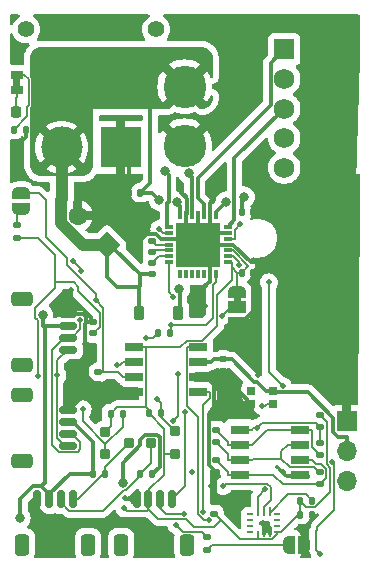
<source format=gbr>
%TF.GenerationSoftware,KiCad,Pcbnew,8.0.4*%
%TF.CreationDate,2025-04-14T17:42:23-04:00*%
%TF.ProjectId,Daisy_Board_Stepper,44616973-795f-4426-9f61-72645f537465,rev?*%
%TF.SameCoordinates,Original*%
%TF.FileFunction,Copper,L1,Top*%
%TF.FilePolarity,Positive*%
%FSLAX46Y46*%
G04 Gerber Fmt 4.6, Leading zero omitted, Abs format (unit mm)*
G04 Created by KiCad (PCBNEW 8.0.4) date 2025-04-14 17:42:23*
%MOMM*%
%LPD*%
G01*
G04 APERTURE LIST*
G04 Aperture macros list*
%AMRoundRect*
0 Rectangle with rounded corners*
0 $1 Rounding radius*
0 $2 $3 $4 $5 $6 $7 $8 $9 X,Y pos of 4 corners*
0 Add a 4 corners polygon primitive as box body*
4,1,4,$2,$3,$4,$5,$6,$7,$8,$9,$2,$3,0*
0 Add four circle primitives for the rounded corners*
1,1,$1+$1,$2,$3*
1,1,$1+$1,$4,$5*
1,1,$1+$1,$6,$7*
1,1,$1+$1,$8,$9*
0 Add four rect primitives between the rounded corners*
20,1,$1+$1,$2,$3,$4,$5,0*
20,1,$1+$1,$4,$5,$6,$7,0*
20,1,$1+$1,$6,$7,$8,$9,0*
20,1,$1+$1,$8,$9,$2,$3,0*%
%AMRotRect*
0 Rectangle, with rotation*
0 The origin of the aperture is its center*
0 $1 length*
0 $2 width*
0 $3 Rotation angle, in degrees counterclockwise*
0 Add horizontal line*
21,1,$1,$2,0,0,$3*%
%AMFreePoly0*
4,1,19,0.500000,-0.750000,0.000000,-0.750000,0.000000,-0.744911,-0.071157,-0.744911,-0.207708,-0.704816,-0.327430,-0.627875,-0.420627,-0.520320,-0.479746,-0.390866,-0.500000,-0.250000,-0.500000,0.250000,-0.479746,0.390866,-0.420627,0.520320,-0.327430,0.627875,-0.207708,0.704816,-0.071157,0.744911,0.000000,0.744911,0.000000,0.750000,0.500000,0.750000,0.500000,-0.750000,0.500000,-0.750000,
$1*%
%AMFreePoly1*
4,1,19,0.000000,0.744911,0.071157,0.744911,0.207708,0.704816,0.327430,0.627875,0.420627,0.520320,0.479746,0.390866,0.500000,0.250000,0.500000,-0.250000,0.479746,-0.390866,0.420627,-0.520320,0.327430,-0.627875,0.207708,-0.704816,0.071157,-0.744911,0.000000,-0.744911,0.000000,-0.750000,-0.500000,-0.750000,-0.500000,0.750000,0.000000,0.750000,0.000000,0.744911,0.000000,0.744911,
$1*%
%AMFreePoly2*
4,1,19,0.550000,-0.750000,0.000000,-0.750000,0.000000,-0.744911,-0.071157,-0.744911,-0.207708,-0.704816,-0.327430,-0.627875,-0.420627,-0.520320,-0.479746,-0.390866,-0.500000,-0.250000,-0.500000,0.250000,-0.479746,0.390866,-0.420627,0.520320,-0.327430,0.627875,-0.207708,0.704816,-0.071157,0.744911,0.000000,0.744911,0.000000,0.750000,0.550000,0.750000,0.550000,-0.750000,0.550000,-0.750000,
$1*%
%AMFreePoly3*
4,1,19,0.000000,0.744911,0.071157,0.744911,0.207708,0.704816,0.327430,0.627875,0.420627,0.520320,0.479746,0.390866,0.500000,0.250000,0.500000,-0.250000,0.479746,-0.390866,0.420627,-0.520320,0.327430,-0.627875,0.207708,-0.704816,0.071157,-0.744911,0.000000,-0.744911,0.000000,-0.750000,-0.550000,-0.750000,-0.550000,0.750000,0.000000,0.750000,0.000000,0.744911,0.000000,0.744911,
$1*%
G04 Aperture macros list end*
%TA.AperFunction,EtchedComponent*%
%ADD10C,0.000000*%
%TD*%
%TA.AperFunction,ComponentPad*%
%ADD11C,1.400000*%
%TD*%
%TA.AperFunction,ComponentPad*%
%ADD12R,3.500000X3.500000*%
%TD*%
%TA.AperFunction,ComponentPad*%
%ADD13C,3.500000*%
%TD*%
%TA.AperFunction,SMDPad,CuDef*%
%ADD14RoundRect,0.135000X-0.185000X0.135000X-0.185000X-0.135000X0.185000X-0.135000X0.185000X0.135000X0*%
%TD*%
%TA.AperFunction,SMDPad,CuDef*%
%ADD15RoundRect,0.150000X-0.150000X-0.625000X0.150000X-0.625000X0.150000X0.625000X-0.150000X0.625000X0*%
%TD*%
%TA.AperFunction,SMDPad,CuDef*%
%ADD16RoundRect,0.250000X-0.350000X-0.650000X0.350000X-0.650000X0.350000X0.650000X-0.350000X0.650000X0*%
%TD*%
%TA.AperFunction,SMDPad,CuDef*%
%ADD17RoundRect,0.135000X0.135000X0.185000X-0.135000X0.185000X-0.135000X-0.185000X0.135000X-0.185000X0*%
%TD*%
%TA.AperFunction,SMDPad,CuDef*%
%ADD18RoundRect,0.135000X0.185000X-0.135000X0.185000X0.135000X-0.185000X0.135000X-0.185000X-0.135000X0*%
%TD*%
%TA.AperFunction,ComponentPad*%
%ADD19R,1.700000X1.700000*%
%TD*%
%TA.AperFunction,ComponentPad*%
%ADD20O,1.700000X1.700000*%
%TD*%
%TA.AperFunction,SMDPad,CuDef*%
%ADD21RoundRect,0.200000X-0.250000X-0.200000X0.250000X-0.200000X0.250000X0.200000X-0.250000X0.200000X0*%
%TD*%
%TA.AperFunction,SMDPad,CuDef*%
%ADD22R,1.016000X0.758000*%
%TD*%
%TA.AperFunction,SMDPad,CuDef*%
%ADD23R,0.475000X0.250000*%
%TD*%
%TA.AperFunction,SMDPad,CuDef*%
%ADD24R,0.250000X0.475000*%
%TD*%
%TA.AperFunction,SMDPad,CuDef*%
%ADD25RoundRect,0.135000X-0.135000X-0.185000X0.135000X-0.185000X0.135000X0.185000X-0.135000X0.185000X0*%
%TD*%
%TA.AperFunction,SMDPad,CuDef*%
%ADD26RoundRect,0.150000X-0.625000X0.150000X-0.625000X-0.150000X0.625000X-0.150000X0.625000X0.150000X0*%
%TD*%
%TA.AperFunction,SMDPad,CuDef*%
%ADD27RoundRect,0.250000X-0.650000X0.350000X-0.650000X-0.350000X0.650000X-0.350000X0.650000X0.350000X0*%
%TD*%
%TA.AperFunction,SMDPad,CuDef*%
%ADD28RoundRect,0.140000X-0.170000X0.140000X-0.170000X-0.140000X0.170000X-0.140000X0.170000X0.140000X0*%
%TD*%
%TA.AperFunction,SMDPad,CuDef*%
%ADD29RoundRect,0.218750X-0.218750X-0.256250X0.218750X-0.256250X0.218750X0.256250X-0.218750X0.256250X0*%
%TD*%
%TA.AperFunction,ComponentPad*%
%ADD30C,3.600000*%
%TD*%
%TA.AperFunction,SMDPad,CuDef*%
%ADD31RoundRect,0.200000X0.250000X0.200000X-0.250000X0.200000X-0.250000X-0.200000X0.250000X-0.200000X0*%
%TD*%
%TA.AperFunction,SMDPad,CuDef*%
%ADD32R,1.500000X0.650000*%
%TD*%
%TA.AperFunction,SMDPad,CuDef*%
%ADD33RoundRect,0.140000X0.170000X-0.140000X0.170000X0.140000X-0.170000X0.140000X-0.170000X-0.140000X0*%
%TD*%
%TA.AperFunction,SMDPad,CuDef*%
%ADD34RoundRect,0.140000X-0.140000X-0.170000X0.140000X-0.170000X0.140000X0.170000X-0.140000X0.170000X0*%
%TD*%
%TA.AperFunction,ComponentPad*%
%ADD35R,1.750000X1.750000*%
%TD*%
%TA.AperFunction,ComponentPad*%
%ADD36C,1.750000*%
%TD*%
%TA.AperFunction,SMDPad,CuDef*%
%ADD37FreePoly0,90.000000*%
%TD*%
%TA.AperFunction,SMDPad,CuDef*%
%ADD38FreePoly1,90.000000*%
%TD*%
%TA.AperFunction,SMDPad,CuDef*%
%ADD39RoundRect,0.140000X0.140000X0.170000X-0.140000X0.170000X-0.140000X-0.170000X0.140000X-0.170000X0*%
%TD*%
%TA.AperFunction,SMDPad,CuDef*%
%ADD40FreePoly2,270.000000*%
%TD*%
%TA.AperFunction,SMDPad,CuDef*%
%ADD41R,1.500000X1.000000*%
%TD*%
%TA.AperFunction,SMDPad,CuDef*%
%ADD42FreePoly3,270.000000*%
%TD*%
%TA.AperFunction,SMDPad,CuDef*%
%ADD43R,0.800000X0.300000*%
%TD*%
%TA.AperFunction,SMDPad,CuDef*%
%ADD44R,0.300000X0.800000*%
%TD*%
%TA.AperFunction,SMDPad,CuDef*%
%ADD45R,3.800000X3.800000*%
%TD*%
%TA.AperFunction,SMDPad,CuDef*%
%ADD46FreePoly0,180.000000*%
%TD*%
%TA.AperFunction,SMDPad,CuDef*%
%ADD47FreePoly1,180.000000*%
%TD*%
%TA.AperFunction,SMDPad,CuDef*%
%ADD48R,1.600000X0.760000*%
%TD*%
%TA.AperFunction,SMDPad,CuDef*%
%ADD49R,0.700000X0.700000*%
%TD*%
%TA.AperFunction,SMDPad,CuDef*%
%ADD50RoundRect,0.225000X0.225000X0.375000X-0.225000X0.375000X-0.225000X-0.375000X0.225000X-0.375000X0*%
%TD*%
%TA.AperFunction,ComponentPad*%
%ADD51RotRect,1.600000X1.600000X135.000000*%
%TD*%
%TA.AperFunction,ComponentPad*%
%ADD52C,1.600000*%
%TD*%
%TA.AperFunction,ViaPad*%
%ADD53C,0.500000*%
%TD*%
%TA.AperFunction,ViaPad*%
%ADD54C,0.800000*%
%TD*%
%TA.AperFunction,Conductor*%
%ADD55C,0.300000*%
%TD*%
%TA.AperFunction,Conductor*%
%ADD56C,0.150000*%
%TD*%
%TA.AperFunction,Conductor*%
%ADD57C,1.016000*%
%TD*%
G04 APERTURE END LIST*
D10*
%TA.AperFunction,EtchedComponent*%
%TO.C,JP2*%
G36*
X78405556Y-60511980D02*
G01*
X77805557Y-60511980D01*
X77805556Y-59757980D01*
X78405556Y-59757980D01*
X78405556Y-60511980D01*
G37*
%TD.AperFunction*%
%TA.AperFunction,EtchedComponent*%
%TO.C,JP3*%
G36*
X97089500Y-78771800D02*
G01*
X96489500Y-78771800D01*
X96489500Y-78271800D01*
X97089500Y-78271800D01*
X97089500Y-78771800D01*
G37*
%TD.AperFunction*%
%TD*%
D11*
%TO.P,J4,*%
%TO.N,*%
X78916000Y-55626000D03*
X89916000Y-55626000D03*
D12*
%TO.P,J4,1,1*%
%TO.N,GND*%
X86916000Y-65626000D03*
D13*
%TO.P,J4,2,2*%
%TO.N,+24V*%
X81916000Y-65626000D03*
%TD*%
D14*
%TO.P,R13,1*%
%TO.N,+3.3V*%
X103759000Y-88261000D03*
%TO.P,R13,2*%
%TO.N,DipV*%
X103759000Y-89281000D03*
%TD*%
D15*
%TO.P,J5,1,1*%
%TO.N,GND*%
X79850200Y-95388200D03*
%TO.P,J5,2,2*%
%TO.N,+5V*%
X80850200Y-95388200D03*
%TO.P,J5,3,3*%
%TO.N,/SDA5*%
X81850200Y-95388200D03*
%TO.P,J5,4,4*%
%TO.N,/SCL5*%
X82850200Y-95388200D03*
D16*
%TO.P,J5,MP*%
%TO.N,N/C*%
X78550200Y-99263200D03*
X84150200Y-99263200D03*
%TD*%
D17*
%TO.P,R9,1*%
%TO.N,/SCL5*%
X85602000Y-93243400D03*
%TO.P,R9,2*%
%TO.N,+5V*%
X84582000Y-93243400D03*
%TD*%
D18*
%TO.P,R11,1*%
%TO.N,Net-(R11-Pad1)*%
X103759000Y-94161800D03*
%TO.P,R11,2*%
%TO.N,Net-(R10-Pad1)*%
X103759000Y-93141800D03*
%TD*%
D19*
%TO.P,J8,1,Pin_1*%
%TO.N,GND*%
X106045000Y-88773000D03*
D20*
%TO.P,J8,2,Pin_2*%
%TO.N,+5V*%
X106045000Y-91313000D03*
%TO.P,J8,3,Pin_3*%
%TO.N,GPIO_2*%
X106045000Y-93852999D03*
%TD*%
D21*
%TO.P,Q2,1,G*%
%TO.N,+3.3V*%
X85630000Y-89682200D03*
%TO.P,Q2,2,S*%
%TO.N,SCL*%
X85630000Y-91582200D03*
%TO.P,Q2,3,D*%
%TO.N,/SCL5*%
X87630000Y-90632200D03*
%TD*%
D22*
%TO.P,JP2,1,A*%
%TO.N,Net-(JP2-A)*%
X78105556Y-59499980D03*
%TO.P,JP2,2,B*%
%TO.N,Net-(D1-K)*%
X78105556Y-60769980D03*
%TD*%
D18*
%TO.P,R17,1*%
%TO.N,CANL*%
X78105000Y-73255600D03*
%TO.P,R17,2*%
%TO.N,Net-(JP1-A)*%
X78105000Y-72235600D03*
%TD*%
D23*
%TO.P,IC3,1,ADO/SA0*%
%TO.N,unconnected-(IC3-ADO{slash}SA0-Pad1)*%
X97863600Y-96707400D03*
%TO.P,IC3,2,SDX*%
%TO.N,unconnected-(IC3-SDX-Pad2)*%
X97863600Y-97207400D03*
%TO.P,IC3,3,SCX*%
%TO.N,unconnected-(IC3-SCX-Pad3)*%
X97863600Y-97707400D03*
%TO.P,IC3,4,INT1*%
%TO.N,unconnected-(IC3-INT1-Pad4)*%
X97863600Y-98207400D03*
D24*
%TO.P,IC3,5,VDDIO*%
%TO.N,+3.3V*%
X98526600Y-98369400D03*
%TO.P,IC3,6,GND_1*%
%TO.N,GND*%
X99026600Y-98369400D03*
%TO.P,IC3,7,GND_2*%
X99526600Y-98369400D03*
D23*
%TO.P,IC3,8,VDD*%
%TO.N,+3.3V*%
X100189600Y-98207400D03*
%TO.P,IC3,9,INT2*%
%TO.N,unconnected-(IC3-INT2-Pad9)*%
X100189600Y-97707400D03*
%TO.P,IC3,10,NC_1*%
%TO.N,unconnected-(IC3-NC_1-Pad10)*%
X100189600Y-97207400D03*
%TO.P,IC3,11,NC_2*%
%TO.N,unconnected-(IC3-NC_2-Pad11)*%
X100189600Y-96707400D03*
D24*
%TO.P,IC3,12,CS*%
%TO.N,Net-(IC3-CS)*%
X99526600Y-96545400D03*
%TO.P,IC3,13,SCL*%
%TO.N,SCL*%
X99026600Y-96545400D03*
%TO.P,IC3,14,SDA*%
%TO.N,SDA*%
X98526600Y-96545400D03*
%TD*%
D25*
%TO.P,R14,1*%
%TO.N,/SDA5*%
X88569800Y-93319600D03*
%TO.P,R14,2*%
%TO.N,+5V*%
X89589800Y-93319600D03*
%TD*%
D26*
%TO.P,J2,1,1*%
%TO.N,GND*%
X82473800Y-79750000D03*
%TO.P,J2,2,2*%
%TO.N,+5V*%
X82473800Y-80750000D03*
%TO.P,J2,3,3*%
%TO.N,CANH*%
X82473800Y-81750000D03*
%TO.P,J2,4,4*%
%TO.N,CANL*%
X82473800Y-82750000D03*
D27*
%TO.P,J2,MP*%
%TO.N,N/C*%
X78598800Y-78450000D03*
X78598800Y-84050000D03*
%TD*%
D17*
%TO.P,R16,1*%
%TO.N,GND*%
X78867000Y-64135000D03*
%TO.P,R16,2*%
%TO.N,Net-(JP2-A)*%
X77847000Y-64135000D03*
%TD*%
D25*
%TO.P,R2,1*%
%TO.N,Net-(U1-GPIO7_SS)*%
X90089801Y-81356200D03*
%TO.P,R2,2*%
%TO.N,PDN_UART*%
X91109799Y-81356200D03*
%TD*%
D28*
%TO.P,C3,1*%
%TO.N,Net-(IC4-VCP)*%
X89585800Y-75412600D03*
%TO.P,C3,2*%
%TO.N,+24V*%
X89585800Y-76372600D03*
%TD*%
D29*
%TO.P,D1,1,K*%
%TO.N,Net-(D1-K)*%
X78079600Y-62611000D03*
%TO.P,D1,2,A*%
%TO.N,+24V*%
X79654600Y-62611000D03*
%TD*%
D30*
%TO.P,J7,1,1*%
%TO.N,GND*%
X92332600Y-65474400D03*
%TO.P,J7,2,2*%
%TO.N,+24V*%
X92332600Y-60474400D03*
%TD*%
D18*
%TO.P,R1,1*%
%TO.N,Net-(R1-Pad1)*%
X103759000Y-91696000D03*
%TO.P,R1,2*%
%TO.N,DipV*%
X103759000Y-90676000D03*
%TD*%
D17*
%TO.P,R8,1*%
%TO.N,SCL*%
X87096600Y-88163400D03*
%TO.P,R8,2*%
%TO.N,+3.3V*%
X86076600Y-88163400D03*
%TD*%
D31*
%TO.P,Q1,1,G*%
%TO.N,+3.3V*%
X91516200Y-91567000D03*
%TO.P,Q1,2,S*%
%TO.N,SDA*%
X91516200Y-89667000D03*
%TO.P,Q1,3,D*%
%TO.N,/SDA5*%
X89516200Y-90617000D03*
%TD*%
D32*
%TO.P,IC2,1,TXD*%
%TO.N,CANTX*%
X93479600Y-86349800D03*
%TO.P,IC2,2,GND*%
%TO.N,GND*%
X93479600Y-85079800D03*
%TO.P,IC2,3,VCC*%
%TO.N,+5V*%
X93479600Y-83809800D03*
%TO.P,IC2,4,RXD*%
%TO.N,CANRX*%
X93479600Y-82539800D03*
%TO.P,IC2,5,VREF*%
%TO.N,+3.3V*%
X88079600Y-82539800D03*
%TO.P,IC2,6,CANL*%
%TO.N,CANL*%
X88079600Y-83809800D03*
%TO.P,IC2,7,CANH*%
%TO.N,CANH*%
X88079600Y-85079800D03*
%TO.P,IC2,8,S*%
%TO.N,GND*%
X88079600Y-86349800D03*
%TD*%
D33*
%TO.P,C7,1*%
%TO.N,+3.3V*%
X94843600Y-96644400D03*
%TO.P,C7,2*%
%TO.N,GND*%
X94843600Y-95684400D03*
%TD*%
D34*
%TO.P,C8,1*%
%TO.N,+3.3V*%
X102136000Y-96723200D03*
%TO.P,C8,2*%
%TO.N,GND*%
X103096000Y-96723200D03*
%TD*%
D18*
%TO.P,R3,1*%
%TO.N,Net-(JP4-B)*%
X94259400Y-99671599D03*
%TO.P,R3,2*%
%TO.N,GPIO_A*%
X94259400Y-98651601D03*
%TD*%
%TO.P,R12,1*%
%TO.N,GND*%
X94970600Y-93116400D03*
%TO.P,R12,2*%
%TO.N,Net-(R11-Pad1)*%
X94970600Y-92096400D03*
%TD*%
D35*
%TO.P,Jr1,1,Pin_1*%
%TO.N,OA1*%
X100761800Y-57335400D03*
D36*
%TO.P,Jr1,2,Pin_2*%
%TO.N,OB1*%
X100761800Y-59835400D03*
%TO.P,Jr1,3,Pin_3*%
%TO.N,OA2*%
X100761800Y-62335400D03*
%TO.P,Jr1,4,Pin_4*%
%TO.N,OB2*%
X100761800Y-64835400D03*
%TO.P,Jr1,5,Pin_5*%
%TO.N,unconnected-(Jr1-Pin_5-Pad5)*%
X100761800Y-67335400D03*
%TD*%
D34*
%TO.P,C2,1*%
%TO.N,+3.3V*%
X97160200Y-76225400D03*
%TO.P,C2,2*%
%TO.N,GND*%
X98120200Y-76225400D03*
%TD*%
D37*
%TO.P,JP1,1,A*%
%TO.N,Net-(JP1-A)*%
X78486000Y-70804800D03*
D38*
%TO.P,JP1,2,B*%
%TO.N,CANH*%
X78486000Y-69504800D03*
%TD*%
D17*
%TO.P,R7,1*%
%TO.N,SDA*%
X90324400Y-88138000D03*
%TO.P,R7,2*%
%TO.N,+3.3V*%
X89304400Y-88138000D03*
%TD*%
D28*
%TO.P,C4,1*%
%TO.N,GND*%
X84607400Y-80419000D03*
%TO.P,C4,2*%
%TO.N,CANL*%
X84607400Y-81379000D03*
%TD*%
D39*
%TO.P,C10,1*%
%TO.N,GND*%
X98143000Y-71094600D03*
%TO.P,C10,2*%
%TO.N,+24V*%
X97183000Y-71094600D03*
%TD*%
D28*
%TO.P,C6,1*%
%TO.N,+5V*%
X95605600Y-83583800D03*
%TO.P,C6,2*%
%TO.N,GND*%
X95605600Y-84543800D03*
%TD*%
D26*
%TO.P,J1,1,1*%
%TO.N,GND*%
X82473800Y-87878000D03*
%TO.P,J1,2,2*%
%TO.N,+5V*%
X82473800Y-88878000D03*
%TO.P,J1,3,3*%
%TO.N,CANH*%
X82473800Y-89878000D03*
%TO.P,J1,4,4*%
%TO.N,CANL*%
X82473800Y-90878000D03*
D27*
%TO.P,J1,MP*%
%TO.N,N/C*%
X78598800Y-86578000D03*
X78598800Y-92178000D03*
%TD*%
D40*
%TO.P,JP3,1,A*%
%TO.N,+3.3V*%
X96789500Y-77871800D03*
D41*
%TO.P,JP3,2,C*%
%TO.N,Net-(IC4-SPREAD)*%
X96789500Y-79171800D03*
D42*
%TO.P,JP3,3,B*%
%TO.N,GND*%
X96789500Y-80471800D03*
%TD*%
D17*
%TO.P,R15,1*%
%TO.N,Net-(IC3-CS)*%
X103100599Y-95529400D03*
%TO.P,R15,2*%
%TO.N,+3.3V*%
X102080601Y-95529400D03*
%TD*%
D43*
%TO.P,IC4,1,OB2*%
%TO.N,OB2*%
X90970600Y-72348600D03*
%TO.P,IC4,2,ENN*%
%TO.N,ENN*%
X90970600Y-72848600D03*
%TO.P,IC4,3,GND_1*%
%TO.N,GND*%
X90970600Y-73348600D03*
%TO.P,IC4,4,CPO*%
%TO.N,Net-(IC4-CPO)*%
X90970600Y-73848600D03*
%TO.P,IC4,5,CPI*%
%TO.N,Net-(IC4-CPI)*%
X90970600Y-74348600D03*
%TO.P,IC4,6,VCP*%
%TO.N,Net-(IC4-VCP)*%
X90970600Y-74848600D03*
%TO.P,IC4,7,SPREAD*%
%TO.N,Net-(IC4-SPREAD)*%
X90970600Y-75348600D03*
D44*
%TO.P,IC4,8,5VOUT*%
%TO.N,unconnected-(IC4-5VOUT-Pad8)*%
X91970600Y-76348600D03*
%TO.P,IC4,9,MS1_AD0*%
%TO.N,unconnected-(IC4-MS1_AD0-Pad9)*%
X92470600Y-76348600D03*
%TO.P,IC4,10,MS2_AD1*%
%TO.N,unconnected-(IC4-MS2_AD1-Pad10)*%
X92970600Y-76348600D03*
%TO.P,IC4,11,DIAG*%
%TO.N,unconnected-(IC4-DIAG-Pad11)*%
X93470600Y-76348600D03*
%TO.P,IC4,12,INDEX*%
%TO.N,unconnected-(IC4-INDEX-Pad12)*%
X93970600Y-76348600D03*
%TO.P,IC4,13,CLK*%
%TO.N,GND*%
X94470600Y-76348600D03*
%TO.P,IC4,14,PDN_UART*%
%TO.N,PDN_UART*%
X94970600Y-76348600D03*
D43*
%TO.P,IC4,15,VCC_IO*%
%TO.N,+3.3V*%
X95970600Y-75348600D03*
%TO.P,IC4,16,STEP*%
%TO.N,STEP*%
X95970600Y-74848600D03*
%TO.P,IC4,17,VREF*%
%TO.N,+3.3V*%
X95970600Y-74348600D03*
%TO.P,IC4,18,GND_2*%
%TO.N,GND*%
X95970600Y-73848600D03*
%TO.P,IC4,19,DIR*%
%TO.N,DIR*%
X95970600Y-73348600D03*
%TO.P,IC4,20,STDBY*%
%TO.N,GND*%
X95970600Y-72848600D03*
%TO.P,IC4,21,OA2*%
%TO.N,OA2*%
X95970600Y-72348600D03*
D44*
%TO.P,IC4,22,VS_1*%
%TO.N,+24V*%
X94970600Y-71348600D03*
%TO.P,IC4,23,BRA*%
%TO.N,GND*%
X94470600Y-71348600D03*
%TO.P,IC4,24,OA1*%
%TO.N,OA1*%
X93970600Y-71348600D03*
%TO.P,IC4,25,-*%
%TO.N,GND*%
X93470600Y-71348600D03*
%TO.P,IC4,26,OB1*%
%TO.N,OB1*%
X92970600Y-71348600D03*
%TO.P,IC4,27,BRB*%
%TO.N,GND*%
X92470600Y-71348600D03*
%TO.P,IC4,28,VS_2*%
%TO.N,+24V*%
X91970600Y-71348600D03*
D45*
%TO.P,IC4,29,EP*%
%TO.N,GND*%
X93470600Y-73848600D03*
%TD*%
D28*
%TO.P,C5,1*%
%TO.N,CANH*%
X85039200Y-84671000D03*
%TO.P,C5,2*%
%TO.N,GND*%
X85039200Y-85631000D03*
%TD*%
D15*
%TO.P,J6,1,1*%
%TO.N,GND*%
X88269600Y-95388200D03*
%TO.P,J6,2,2*%
%TO.N,+3.3V*%
X89269600Y-95388200D03*
%TO.P,J6,3,3*%
%TO.N,GPIO_A*%
X90269600Y-95388200D03*
%TO.P,J6,4,4*%
%TO.N,GPIO_1*%
X91269600Y-95388200D03*
D16*
%TO.P,J6,MP*%
%TO.N,N/C*%
X86969600Y-99263200D03*
X92569600Y-99263200D03*
%TD*%
D18*
%TO.P,R10,1*%
%TO.N,Net-(R10-Pad1)*%
X94970600Y-90574400D03*
%TO.P,R10,2*%
%TO.N,Net-(R1-Pad1)*%
X94970600Y-89554400D03*
%TD*%
D46*
%TO.P,JP4,1,A*%
%TO.N,GND*%
X102463600Y-99288600D03*
D47*
%TO.P,JP4,2,B*%
%TO.N,Net-(JP4-B)*%
X101163602Y-99288600D03*
%TD*%
D48*
%TO.P,SW1,1*%
%TO.N,DipV*%
X97002600Y-89535000D03*
%TO.P,SW1,2*%
%TO.N,Net-(R1-Pad1)*%
X97002600Y-90805000D03*
%TO.P,SW1,3*%
%TO.N,Net-(R10-Pad1)*%
X97002600Y-92075000D03*
%TO.P,SW1,4*%
%TO.N,Net-(R11-Pad1)*%
X97002600Y-93345000D03*
%TO.P,SW1,5*%
%TO.N,GND*%
X102082600Y-93345000D03*
%TO.P,SW1,6*%
%TO.N,Net-(R11-Pad1)*%
X102082600Y-92075000D03*
%TO.P,SW1,7*%
%TO.N,Net-(R10-Pad1)*%
X102082600Y-90805000D03*
%TO.P,SW1,8*%
%TO.N,Net-(R1-Pad1)*%
X102082600Y-89535000D03*
%TD*%
D49*
%TO.P,LED1,1,DO*%
%TO.N,unconnected-(LED1-DO-Pad1)*%
X97992000Y-86276000D03*
%TO.P,LED1,2,GND*%
%TO.N,GND*%
X97992000Y-87376000D03*
%TO.P,LED1,3,DI*%
%TO.N,GPIO_2*%
X99822000Y-87376000D03*
%TO.P,LED1,4,VDD*%
%TO.N,+5V*%
X99822000Y-86276000D03*
%TD*%
D34*
%TO.P,C9,1*%
%TO.N,GND*%
X87609800Y-69469000D03*
%TO.P,C9,2*%
%TO.N,+24V*%
X88569800Y-69469000D03*
%TD*%
D28*
%TO.P,C1,1*%
%TO.N,Net-(IC4-CPO)*%
X89585800Y-73538200D03*
%TO.P,C1,2*%
%TO.N,Net-(IC4-CPI)*%
X89585800Y-74498200D03*
%TD*%
D50*
%TO.P,D2,1,K*%
%TO.N,Net-(D2-K)*%
X91794600Y-79629000D03*
%TO.P,D2,2,A*%
%TO.N,+24V*%
X88494600Y-79629000D03*
%TD*%
D51*
%TO.P,C11,1*%
%TO.N,+24V*%
X85761500Y-73874300D03*
D52*
%TO.P,C11,2*%
%TO.N,GND*%
X83286626Y-71399426D03*
%TD*%
D53*
%TO.N,GND*%
X95935800Y-95986600D03*
X98831400Y-75361800D03*
X94056200Y-77393800D03*
X78460600Y-65201800D03*
X100660200Y-93141800D03*
X100711000Y-79476600D03*
X87452200Y-73228200D03*
X98933000Y-97459800D03*
X98171000Y-77343000D03*
X80543400Y-96799400D03*
X88112600Y-73482200D03*
X101676200Y-79476600D03*
X94056200Y-79019400D03*
X100965000Y-75463400D03*
X101066600Y-76835000D03*
X106045000Y-74345800D03*
X94310200Y-69392800D03*
X94767400Y-70027800D03*
X92329000Y-69773800D03*
X88315800Y-72669400D03*
X95529400Y-67487800D03*
X87299800Y-95326200D03*
X96697800Y-85115400D03*
X82677000Y-77698600D03*
X92989400Y-93091000D03*
X102539800Y-97739200D03*
X84404200Y-86690200D03*
X98526600Y-84861400D03*
X94603698Y-94321500D03*
X92017184Y-69079600D03*
X83642200Y-97307400D03*
X93345000Y-79019400D03*
D54*
%TO.N,+24V*%
X91677354Y-70278301D03*
X97365500Y-69829500D03*
X90201800Y-70095500D03*
X95834200Y-70255835D03*
%TO.N,+5V*%
X80315200Y-79826100D03*
X87127500Y-94018000D03*
X78383700Y-97012500D03*
D53*
%TO.N,Net-(IC4-SPREAD)*%
X95529400Y-79883000D03*
X91375700Y-78284900D03*
%TO.N,PDN_UART*%
X91192900Y-80632800D03*
%TO.N,CANH*%
X84799800Y-78561300D03*
X83496900Y-80250000D03*
%TO.N,CANL*%
X86581300Y-84058500D03*
X79907700Y-84978700D03*
X81566600Y-84927500D03*
%TO.N,CANTX*%
X93911700Y-96485100D03*
%TO.N,+3.3V*%
X87215700Y-96184100D03*
%TO.N,CANRX*%
X94366900Y-97214200D03*
%TO.N,DipV*%
X98477700Y-89390800D03*
%TO.N,ENN*%
X103759000Y-100025200D03*
X100626000Y-85802200D03*
X90196200Y-72519800D03*
X104810000Y-92268400D03*
X99469600Y-77049400D03*
%TO.N,STEP*%
X83591400Y-76073000D03*
X82898900Y-75270800D03*
X96895500Y-75555100D03*
D54*
%TO.N,OB1*%
X92684600Y-67808075D03*
%TO.N,OB2*%
X90652600Y-67640200D03*
D53*
%TO.N,GPIO_1*%
X92369000Y-88007300D03*
%TO.N,GPIO_A*%
X91635650Y-97604650D03*
X92278200Y-96647000D03*
%TO.N,SDA*%
X99172800Y-94574600D03*
X89955600Y-86889700D03*
%TO.N,SCL*%
X83700300Y-87809400D03*
X91768900Y-84853100D03*
X95587205Y-94321500D03*
X91350800Y-88794100D03*
%TO.N,GPIO_2*%
X98907000Y-87514500D03*
D54*
%TO.N,Net-(D2-K)*%
X91897200Y-77641400D03*
D53*
%TO.N,DIR*%
X97036300Y-72130800D03*
%TO.N,Net-(U1-GPIO7_SS)*%
X89103400Y-81754600D03*
%TD*%
D55*
%TO.N,GND*%
X98120200Y-79506100D02*
X98120200Y-77359700D01*
X78409800Y-65201800D02*
X78460600Y-65151000D01*
X95641700Y-95684400D02*
X95935800Y-95978500D01*
X94056200Y-77406400D02*
X94052400Y-77410200D01*
X79850200Y-96157000D02*
X80492600Y-96799400D01*
X94470600Y-73848600D02*
X94470600Y-72848600D01*
X96454600Y-73848600D02*
X97967800Y-75361800D01*
X82677000Y-77698600D02*
X82696100Y-77717700D01*
X106045000Y-74977500D02*
X106052000Y-74977500D01*
X93470600Y-73025300D02*
X92470600Y-72025300D01*
X96789500Y-80471800D02*
X97154500Y-80471800D01*
X92545600Y-71273600D02*
X92545600Y-69990400D01*
X78460600Y-65201800D02*
X78409800Y-65201800D01*
X86284100Y-85631000D02*
X87002900Y-86349800D01*
X98526900Y-81844200D02*
X98526900Y-84834400D01*
X94068800Y-77393800D02*
X94056200Y-77393800D01*
X95970600Y-73848600D02*
X96454600Y-73848600D01*
X96472600Y-85856600D02*
X96472600Y-85410800D01*
X78460600Y-65151000D02*
X78460600Y-65201800D01*
X96676900Y-85142000D02*
X96440400Y-85378500D01*
X106045000Y-74977500D02*
X106045000Y-81508600D01*
X82696100Y-77679500D02*
X82677000Y-77698600D01*
X97154500Y-80471800D02*
X98526900Y-81844200D01*
X99526600Y-98369400D02*
X99526600Y-97855200D01*
X106045000Y-74345800D02*
X106045000Y-74977500D01*
X92470600Y-71348600D02*
X92470600Y-72025300D01*
X98120200Y-77359700D02*
X98120200Y-76225400D01*
X99351200Y-97407700D02*
X99351200Y-97855200D01*
X94970600Y-93116400D02*
X94371100Y-92516900D01*
X93470600Y-71348600D02*
X93470600Y-72025300D01*
X99526600Y-97855200D02*
X99351200Y-97855200D01*
X95389000Y-84543800D02*
X95605600Y-84543800D01*
X79850200Y-95388200D02*
X79850200Y-96157000D01*
X94887200Y-94321500D02*
X94603698Y-94321500D01*
X92545600Y-69990400D02*
X92329000Y-69773800D01*
X99026600Y-97855200D02*
X99351200Y-97855200D01*
X97992000Y-87376000D02*
X96472600Y-85856600D01*
X80543400Y-96850200D02*
X80539200Y-96846000D01*
X88269600Y-95388200D02*
X87388900Y-95388200D01*
X94575300Y-94321500D02*
X94603698Y-94321500D01*
X95935800Y-95986600D02*
X95943900Y-95986600D01*
X99026600Y-98369400D02*
X99026600Y-97855200D01*
X94470600Y-72025300D02*
X93970600Y-72525300D01*
X83800300Y-79723300D02*
X82696100Y-79723300D01*
X89170400Y-72983200D02*
X88569800Y-73583800D01*
X82696100Y-77717700D02*
X82696100Y-79723300D01*
X96472600Y-85410800D02*
X96440400Y-85378500D01*
X93470600Y-72025300D02*
X92970600Y-72525300D01*
X84023600Y-79946600D02*
X83800300Y-79723300D01*
X89931600Y-72983200D02*
X89170400Y-72983200D01*
X97967800Y-75361800D02*
X98831400Y-75361800D01*
X94470600Y-71348600D02*
X94470600Y-72025300D01*
X84023600Y-80468200D02*
X84023600Y-80419000D01*
X92470600Y-71348600D02*
X92545600Y-71273600D01*
X94470600Y-72848600D02*
X94470600Y-72025300D01*
X93970600Y-72525300D02*
X93470600Y-72025300D01*
X94470600Y-70324600D02*
X94767400Y-70027800D01*
X94470600Y-71348600D02*
X94470600Y-70324600D01*
X78867000Y-64744600D02*
X78460600Y-65151000D01*
X94470600Y-76348600D02*
X94470600Y-77025300D01*
X94371100Y-88172400D02*
X94853000Y-87690500D01*
X94887200Y-94321500D02*
X94887200Y-95684400D01*
X90970600Y-73348600D02*
X90297000Y-73348600D01*
X94853000Y-87690500D02*
X94853000Y-85079800D01*
X92017184Y-69079600D02*
X92017184Y-69461984D01*
X94056200Y-77393800D02*
X94056200Y-77406400D01*
X85039200Y-85631000D02*
X84720800Y-85631000D01*
X94843600Y-95684400D02*
X94887200Y-95684400D01*
X84023600Y-80419000D02*
X84607400Y-80419000D01*
X93470600Y-72025300D02*
X93470600Y-73848600D01*
X98187700Y-77359700D02*
X98171000Y-77343000D01*
X84023600Y-80419000D02*
X84023600Y-79946600D01*
X83938400Y-84848600D02*
X83938400Y-80553400D01*
X92017184Y-69461984D02*
X92329000Y-69773800D01*
X87388900Y-95388200D02*
X87319700Y-95319000D01*
X90297000Y-73348600D02*
X89931600Y-72983200D01*
X94970600Y-93116400D02*
X94887200Y-93199800D01*
X82696100Y-77662300D02*
X82696100Y-77679500D01*
X93504600Y-85079800D02*
X94853000Y-85079800D01*
X94887200Y-93199800D02*
X94887200Y-94321500D01*
X83938400Y-80553400D02*
X84023600Y-80468200D01*
X93470600Y-73348600D02*
X93470600Y-73025300D01*
X84720800Y-85631000D02*
X83938400Y-84848600D01*
X78867000Y-64135000D02*
X78867000Y-64744600D01*
X98154300Y-77359700D02*
X98120200Y-77359700D01*
X95943900Y-95986600D02*
X95963900Y-96006600D01*
X106045000Y-81508600D02*
X106045000Y-88773000D01*
X94887200Y-95684400D02*
X95641700Y-95684400D01*
X80543400Y-96799400D02*
X80543400Y-96850200D01*
X87609800Y-66626900D02*
X87609800Y-69469000D01*
X96440400Y-85378500D02*
X95605600Y-84543800D01*
X87002900Y-86349800D02*
X88054600Y-86349800D01*
X82696100Y-79723300D02*
X82500500Y-79723300D01*
X98209600Y-77359700D02*
X98187700Y-77359700D01*
X98831400Y-75361800D02*
X98780600Y-75361800D01*
X94371100Y-92516900D02*
X94371100Y-88172400D01*
X84720800Y-85631000D02*
X82473800Y-87878000D01*
X88569800Y-73583800D02*
X88569800Y-74599800D01*
X97154500Y-80471800D02*
X98120200Y-79506100D01*
X94470600Y-72848600D02*
X95970600Y-72848600D01*
X94470600Y-73848600D02*
X95970600Y-73848600D01*
X94437300Y-77025300D02*
X94068800Y-77393800D01*
X82500500Y-79723300D02*
X82473800Y-79750000D01*
X94470600Y-77025300D02*
X94437300Y-77025300D01*
X85039200Y-85631000D02*
X86284100Y-85631000D01*
X80492600Y-96799400D02*
X80543400Y-96799400D01*
X90970600Y-73348600D02*
X93470600Y-73348600D01*
X94470600Y-73848600D02*
X94470600Y-76348600D01*
X92970600Y-72525300D02*
X92470600Y-72025300D01*
X98171000Y-77343000D02*
X98154300Y-77359700D01*
X95935800Y-95978500D02*
X95935800Y-95986600D01*
X94853000Y-85079800D02*
X95389000Y-84543800D01*
D56*
%TO.N,Net-(IC4-CPO)*%
X89896200Y-73848600D02*
X90970600Y-73848600D01*
X89585800Y-73538200D02*
X89896200Y-73848600D01*
%TO.N,Net-(IC4-CPI)*%
X89735400Y-74348600D02*
X90970600Y-74348600D01*
X89585800Y-74498200D02*
X89735400Y-74348600D01*
D55*
%TO.N,+24V*%
X85761500Y-76581900D02*
X86643400Y-77463800D01*
X94970600Y-71348600D02*
X94970600Y-71119435D01*
X86385400Y-74188200D02*
X88569800Y-76372600D01*
X88569800Y-69469000D02*
X89433400Y-68605400D01*
D57*
X81916000Y-70028800D02*
X81853600Y-70091200D01*
D55*
X88569800Y-76372600D02*
X88569800Y-77388600D01*
X89433400Y-68605400D02*
X89433400Y-61239400D01*
X91677354Y-70278301D02*
X91970600Y-70571547D01*
X88569800Y-77388600D02*
X88494600Y-77463800D01*
X91970600Y-70571547D02*
X91970600Y-71348600D01*
X88569800Y-76372600D02*
X89585800Y-76372600D01*
X86643400Y-77463800D02*
X88494600Y-77463800D01*
X97183000Y-70012000D02*
X97183000Y-71094600D01*
D57*
X81853600Y-71993000D02*
X83734900Y-73874300D01*
D55*
X88569800Y-69469000D02*
X89575300Y-69469000D01*
D57*
X81853600Y-70091200D02*
X81853600Y-71993000D01*
D55*
X85761500Y-73874300D02*
X86071500Y-73874300D01*
X85761500Y-73874300D02*
X85761500Y-76581900D01*
X94970600Y-71119435D02*
X95834200Y-70255835D01*
X88494600Y-77463800D02*
X88494600Y-79629000D01*
X97365500Y-69829500D02*
X97183000Y-70012000D01*
X86071500Y-73874300D02*
X86385400Y-74188200D01*
D57*
X81916000Y-65626000D02*
X81916000Y-70028800D01*
D55*
X89575300Y-69469000D02*
X90201800Y-70095500D01*
D57*
X83734900Y-73874300D02*
X85761500Y-73874300D01*
D56*
%TO.N,Net-(IC4-VCP)*%
X90149800Y-74848600D02*
X90970600Y-74848600D01*
X89585800Y-75412600D02*
X90149800Y-74848600D01*
D55*
%TO.N,OA1*%
X93424095Y-68190242D02*
X93424095Y-69871967D01*
X100761800Y-57335400D02*
X99611800Y-58485400D01*
X99611800Y-58485400D02*
X99611800Y-62002537D01*
X99611800Y-62002537D02*
X93424095Y-68190242D01*
X93970600Y-70418472D02*
X93424095Y-69871967D01*
X93970600Y-71348600D02*
X93970600Y-70418472D01*
%TO.N,OA2*%
X96533400Y-71785800D02*
X95970600Y-72348600D01*
X100761800Y-62335400D02*
X96533400Y-66563800D01*
X96533400Y-66563800D02*
X96533400Y-71785800D01*
%TO.N,+5V*%
X104918000Y-88504700D02*
X104918000Y-89763800D01*
X90249900Y-90185000D02*
X90249900Y-92659500D01*
X80209200Y-94333300D02*
X80850200Y-94974300D01*
X80314800Y-79826500D02*
X80315200Y-79826100D01*
X79458600Y-94333300D02*
X80209200Y-94333300D01*
X80469300Y-80907700D02*
X80311600Y-80750000D01*
X80850200Y-94974300D02*
X80850200Y-95187000D01*
X82869200Y-88878000D02*
X84582000Y-90590800D01*
X94782300Y-83583800D02*
X95605600Y-83583800D01*
X87127500Y-92308800D02*
X88573100Y-90863200D01*
X106045000Y-90186300D02*
X106045000Y-91313000D01*
X104918000Y-89763800D02*
X105341000Y-90186300D01*
X80209200Y-94333300D02*
X80469300Y-94073200D01*
X93504600Y-83809800D02*
X94556300Y-83809800D01*
X78383700Y-95408200D02*
X79458600Y-94333300D01*
X80311600Y-80750000D02*
X80311600Y-79825300D01*
X80311600Y-79825300D02*
X80312800Y-79826500D01*
X96319400Y-83583800D02*
X98246700Y-85511100D01*
X98246700Y-85511100D02*
X98430400Y-85511100D01*
X99874900Y-86328900D02*
X102742000Y-86328900D01*
X105341000Y-90186300D02*
X106045000Y-90186300D01*
X90002600Y-89937700D02*
X90249900Y-90185000D01*
X80312800Y-79826500D02*
X80314800Y-79826500D01*
X84582000Y-93243400D02*
X82595500Y-93243400D01*
X90249900Y-92659500D02*
X89589800Y-93319600D01*
X80850200Y-95187000D02*
X80850200Y-95388200D01*
X89013200Y-89937700D02*
X90002600Y-89937700D01*
X87127500Y-94018000D02*
X87127500Y-92308800D01*
X88573100Y-90377800D02*
X89013200Y-89937700D01*
X82473800Y-80750000D02*
X80311600Y-80750000D01*
X88573100Y-90863200D02*
X88573100Y-90377800D01*
X98430400Y-85511100D02*
X99195300Y-86276000D01*
X99822000Y-86276000D02*
X99874900Y-86328900D01*
X80850200Y-94988700D02*
X80850200Y-95187000D01*
X82595500Y-93243400D02*
X80850200Y-94988700D01*
X82473800Y-88878000D02*
X82869200Y-88878000D01*
X84582000Y-90590800D02*
X84582000Y-93243400D01*
X94556300Y-83809800D02*
X94782300Y-83583800D01*
X80469300Y-94073200D02*
X80469300Y-80907700D01*
X78383700Y-97012500D02*
X78383700Y-95408200D01*
X99195300Y-86276000D02*
X99822000Y-86276000D01*
X95605600Y-83583800D02*
X96319400Y-83583800D01*
X102742000Y-86328900D02*
X104918000Y-88504700D01*
D56*
%TO.N,Net-(IC4-SPREAD)*%
X96789500Y-79171800D02*
X96240600Y-79171800D01*
X90970600Y-75348600D02*
X90970600Y-77879800D01*
X96240600Y-79171800D02*
X95529400Y-79883000D01*
X90970600Y-77879800D02*
X91375700Y-78284900D01*
%TO.N,PDN_UART*%
X94970600Y-76348600D02*
X94970600Y-77020300D01*
X94119200Y-80632800D02*
X91192900Y-80632800D01*
X94970600Y-77020300D02*
X94716600Y-77274300D01*
X94716600Y-77274300D02*
X94716600Y-80035400D01*
X91192900Y-81273100D02*
X91192900Y-80632800D01*
X94716600Y-80035400D02*
X94119200Y-80632800D01*
X91109800Y-81356200D02*
X91192900Y-81273100D01*
%TO.N,CANH*%
X84799800Y-78023900D02*
X84799800Y-78561300D01*
X83485600Y-91166800D02*
X83485600Y-90550900D01*
X82373900Y-75597900D02*
X84799800Y-78023900D01*
X80594200Y-70078600D02*
X80594200Y-73177400D01*
X80594200Y-73177400D02*
X82373900Y-74957100D01*
X82130600Y-81750000D02*
X81114900Y-82765700D01*
X88054600Y-85079800D02*
X87077900Y-85079800D01*
X87077900Y-85079800D02*
X86669100Y-84671000D01*
X85447900Y-84671000D02*
X85447900Y-79209400D01*
X80020400Y-69504800D02*
X80594200Y-70078600D01*
X81114900Y-90814800D02*
X81689900Y-91389800D01*
X82473800Y-81750000D02*
X82130600Y-81750000D01*
X82812700Y-89878000D02*
X82473800Y-89878000D01*
X83496900Y-80250000D02*
X83496900Y-81034500D01*
X82781400Y-81750000D02*
X82473800Y-81750000D01*
X83496900Y-81034500D02*
X82781400Y-81750000D01*
X85447900Y-84671000D02*
X85039200Y-84671000D01*
X83262600Y-91389800D02*
X83485600Y-91166800D01*
X85447900Y-79209400D02*
X84799800Y-78561300D01*
X78486000Y-69504800D02*
X80020400Y-69504800D01*
X81114900Y-82765700D02*
X81114900Y-90814800D01*
X81689900Y-91389800D02*
X83262600Y-91389800D01*
X83485600Y-90550900D02*
X82812700Y-89878000D01*
X86669100Y-84671000D02*
X85447900Y-84671000D01*
X82373900Y-74957100D02*
X82373900Y-75597900D01*
%TO.N,CANL*%
X79700000Y-79264200D02*
X79700000Y-80062000D01*
X81495900Y-90196900D02*
X81495900Y-84998200D01*
X86829200Y-84058500D02*
X86581300Y-84058500D01*
X81566600Y-83657200D02*
X82473800Y-82750000D01*
X83297800Y-77792600D02*
X83297800Y-77413000D01*
X81392700Y-77571500D02*
X79700000Y-79264200D01*
X88054600Y-83809800D02*
X87077900Y-83809800D01*
X84607400Y-81379000D02*
X85140000Y-80846400D01*
X78105000Y-73255600D02*
X79923000Y-73255600D01*
X81392700Y-77060600D02*
X81392700Y-77571500D01*
X81566600Y-84927500D02*
X81566600Y-83657200D01*
X82945400Y-77060600D02*
X81392700Y-77060600D01*
X79907700Y-80269700D02*
X79907700Y-84978700D01*
X85140000Y-80846400D02*
X85140000Y-79634800D01*
X85140000Y-79634800D02*
X83297800Y-77792600D01*
X82177000Y-90878000D02*
X81495900Y-90196900D01*
X79700000Y-80062000D02*
X79907700Y-80269700D01*
X82473800Y-90878000D02*
X82177000Y-90878000D01*
X83297800Y-77413000D02*
X82945400Y-77060600D01*
X81392700Y-74725300D02*
X81392700Y-77060600D01*
X87077900Y-83809800D02*
X86829200Y-84058500D01*
X81495900Y-84998200D02*
X81566600Y-84927500D01*
X79923000Y-73255600D02*
X81392700Y-74725300D01*
%TO.N,CANTX*%
X94481300Y-86857600D02*
X93911700Y-87427200D01*
X93504600Y-86349800D02*
X94481300Y-86349800D01*
X94481300Y-86349800D02*
X94481300Y-86857600D01*
X93911700Y-87427200D02*
X93911700Y-96485100D01*
%TO.N,+3.3V*%
X96789500Y-76225400D02*
X97160200Y-76225400D01*
X87415600Y-96384000D02*
X89152600Y-96384000D01*
X90607700Y-93337300D02*
X89269600Y-94675400D01*
X102080601Y-96578899D02*
X100452100Y-98207400D01*
X96359000Y-75794900D02*
X96789500Y-76225400D01*
X103378101Y-96049400D02*
X104643000Y-94784501D01*
X98526600Y-98369400D02*
X98526600Y-98807100D01*
X95324200Y-97125000D02*
X94843600Y-96644400D01*
X95324200Y-97125000D02*
X95324200Y-97245200D01*
X91979600Y-82539800D02*
X89031300Y-82539800D01*
X104643000Y-92740000D02*
X104359000Y-92455400D01*
X104643000Y-94784501D02*
X104643000Y-92740000D01*
X101951500Y-95760400D02*
X102158800Y-95553100D01*
X93829000Y-81989800D02*
X92529600Y-81989800D01*
X92529600Y-81989800D02*
X91979600Y-82539800D01*
X95072200Y-80746600D02*
X93829000Y-81989800D01*
X95970600Y-74348600D02*
X96395800Y-74348600D01*
X91516200Y-91567000D02*
X90607700Y-91567000D01*
X102085200Y-95533999D02*
X102080601Y-95529400D01*
X102085200Y-96545400D02*
X102085200Y-95533999D01*
X90607700Y-89441300D02*
X89304400Y-88138000D01*
X102080601Y-95529400D02*
X102600601Y-96049400D01*
X95072200Y-78131900D02*
X95072200Y-80746600D01*
X104359000Y-88860700D02*
X103759000Y-88261000D01*
X104359000Y-92455400D02*
X104359000Y-88860700D01*
X86617900Y-87622100D02*
X86076600Y-88163400D01*
X102600601Y-96049400D02*
X103378101Y-96049400D01*
X97676400Y-75709200D02*
X97160200Y-76225400D01*
X89031300Y-87622100D02*
X89031300Y-82539800D01*
X90099600Y-97097000D02*
X89269600Y-96267000D01*
X102158800Y-95553100D02*
X102158800Y-95552800D01*
X101951500Y-95760400D02*
X102159000Y-95553000D01*
X89269600Y-94675400D02*
X89269600Y-95388200D01*
X89269600Y-96267000D02*
X89269600Y-95388200D01*
X96359000Y-76845100D02*
X95072200Y-78131900D01*
X97006300Y-98807100D02*
X95324200Y-97125000D01*
X90607700Y-91567000D02*
X90607700Y-93337300D01*
X89152600Y-96384000D02*
X89269600Y-96267000D01*
X90607700Y-91567000D02*
X90607700Y-89441300D01*
X97676400Y-75629200D02*
X97676400Y-75709200D01*
X100190000Y-98207400D02*
X100190000Y-98214200D01*
X88054600Y-82539800D02*
X89031300Y-82539800D01*
X98526600Y-98807100D02*
X97006300Y-98807100D01*
X102080601Y-95529400D02*
X102080601Y-96578899D01*
X100190000Y-98357300D02*
X100190000Y-98214200D01*
X93091000Y-97739200D02*
X92448800Y-97097000D01*
X99738300Y-98808600D02*
X100190000Y-98357300D01*
X87215700Y-96184100D02*
X87415600Y-96384000D01*
X102158800Y-96572800D02*
X102159000Y-96572800D01*
X95324200Y-97245200D02*
X94830200Y-97739200D01*
X98526600Y-98808600D02*
X99738300Y-98808600D01*
X89304400Y-87895200D02*
X89031300Y-87622100D01*
X100189600Y-98207400D02*
X100190000Y-98207400D01*
X98526600Y-98807100D02*
X98526600Y-98808600D01*
X96395800Y-74348600D02*
X97676400Y-75629200D01*
X86076600Y-89235600D02*
X86076600Y-88163400D01*
X100452100Y-98207400D02*
X100189600Y-98207400D01*
X95970600Y-75348600D02*
X96359000Y-75348600D01*
X89304400Y-88138000D02*
X89304400Y-87895200D01*
X92448800Y-97097000D02*
X90099600Y-97097000D01*
X85630000Y-89682200D02*
X86076600Y-89235600D01*
X94830200Y-97739200D02*
X93091000Y-97739200D01*
X89031300Y-87622100D02*
X86617900Y-87622100D01*
X96359000Y-75794900D02*
X96359000Y-76845100D01*
X96789500Y-77871800D02*
X96789500Y-76225400D01*
X96359000Y-75348600D02*
X96359000Y-75794900D01*
X96359000Y-75348600D02*
X96359000Y-75794900D01*
%TO.N,CANRX*%
X92527900Y-82539800D02*
X92527900Y-87527400D01*
X93460000Y-88459500D02*
X93460000Y-96672200D01*
X93460000Y-96672200D02*
X94002000Y-97214200D01*
X94002000Y-97214200D02*
X94366900Y-97214200D01*
X92527900Y-87527400D02*
X93460000Y-88459500D01*
X93504600Y-82539800D02*
X92527900Y-82539800D01*
%TO.N,Net-(R1-Pad1)*%
X102082600Y-89535000D02*
X103084000Y-89535000D01*
X96000900Y-90805000D02*
X96000900Y-90584700D01*
X96000900Y-90584700D02*
X94970600Y-89554400D01*
X97002600Y-90805000D02*
X98004300Y-90805000D01*
X103084000Y-91021300D02*
X103759000Y-91696000D01*
X103084000Y-89535000D02*
X103084000Y-91021300D01*
X98004300Y-90805000D02*
X99274300Y-89535000D01*
X99274300Y-89535000D02*
X102082600Y-89535000D01*
X97002600Y-90805000D02*
X96000900Y-90805000D01*
%TO.N,DipV*%
X98477700Y-89390800D02*
X98148500Y-89390800D01*
X103431000Y-88953300D02*
X98915200Y-88953300D01*
X98148500Y-89390800D02*
X98004300Y-89535000D01*
X103759000Y-89281000D02*
X103431000Y-88953300D01*
X98915200Y-88953300D02*
X98477700Y-89390800D01*
X103759000Y-90676000D02*
X103759000Y-89281000D01*
X98004300Y-89535000D02*
X97002600Y-89535000D01*
%TO.N,ENN*%
X104810000Y-92268400D02*
X104957000Y-92415400D01*
X99469600Y-84645600D02*
X99469600Y-77049400D01*
X90525000Y-72848600D02*
X90970600Y-72848600D01*
X90196200Y-72519800D02*
X90525000Y-72848600D01*
X104957000Y-92415400D02*
X104957000Y-96361900D01*
X104957000Y-96361900D02*
X103572800Y-97746100D01*
X103572800Y-97746100D02*
X103572800Y-98007463D01*
X103572800Y-98007463D02*
X103476018Y-98104245D01*
X100626000Y-85802200D02*
X99469600Y-84645600D01*
X103476018Y-98104245D02*
X103476018Y-99742218D01*
X103476018Y-99742218D02*
X103759000Y-100025200D01*
%TO.N,STEP*%
X96895500Y-75323500D02*
X96420600Y-74848600D01*
X96420600Y-74848600D02*
X95970600Y-74848600D01*
X82898900Y-75270800D02*
X83591400Y-75963300D01*
X83591400Y-75963300D02*
X83591400Y-76073000D01*
X96895500Y-75555100D02*
X96895500Y-75323500D01*
D55*
%TO.N,OB1*%
X92970600Y-68094075D02*
X92684600Y-67808075D01*
X92970600Y-71348600D02*
X92970600Y-68094075D01*
%TO.N,OB2*%
X90867800Y-72245800D02*
X90867800Y-70326739D01*
X90970600Y-67958200D02*
X90652600Y-67640200D01*
X90867800Y-70326739D02*
X90970600Y-70223939D01*
X90970600Y-72348600D02*
X90867800Y-72245800D01*
X90970600Y-70223939D02*
X90970600Y-67958200D01*
D56*
%TO.N,Net-(R10-Pad1)*%
X100515000Y-91981200D02*
X98098100Y-91981200D01*
X101081000Y-90805000D02*
X100515000Y-91371200D01*
X100515000Y-91981200D02*
X101244000Y-92710000D01*
X103327000Y-92710000D02*
X103759000Y-93141800D01*
X102082600Y-90805000D02*
X101081000Y-90805000D01*
X98098100Y-91981200D02*
X98004300Y-92075000D01*
X97002600Y-92075000D02*
X96000900Y-92075000D01*
X102083000Y-90805000D02*
X102082600Y-90805000D01*
X101244000Y-92710000D02*
X103327000Y-92710000D01*
X96000900Y-91604700D02*
X94970600Y-90574400D01*
X98004300Y-92075000D02*
X97002600Y-92075000D01*
X96000900Y-92075000D02*
X96000900Y-91604700D01*
X100515000Y-91371200D02*
X100515000Y-91981200D01*
%TO.N,Net-(R11-Pad1)*%
X104308000Y-93612500D02*
X104308000Y-92845200D01*
X103759000Y-94161800D02*
X100671000Y-94161800D01*
X103084000Y-92075000D02*
X102083000Y-92075000D01*
X104308000Y-92845200D02*
X103880000Y-92417400D01*
X99854000Y-93345000D02*
X97002600Y-93345000D01*
X100671000Y-94161800D02*
X99854000Y-93345000D01*
X102083000Y-92075000D02*
X102082600Y-92075000D01*
X103759000Y-94161800D02*
X104308000Y-93612500D01*
X96000900Y-93345000D02*
X96000900Y-93126700D01*
X97002600Y-93345000D02*
X96000900Y-93345000D01*
X103427000Y-92417400D02*
X103084000Y-92075000D01*
X103880000Y-92417400D02*
X103427000Y-92417400D01*
X96000900Y-93126700D02*
X94970600Y-92096400D01*
%TO.N,GPIO_1*%
X92369000Y-94288800D02*
X91269600Y-95388200D01*
X92369000Y-88007300D02*
X92369000Y-94288800D01*
%TO.N,GPIO_A*%
X93770999Y-98163200D02*
X92194200Y-98163200D01*
X90269600Y-96163199D02*
X90753401Y-96647000D01*
X90753401Y-96647000D02*
X92278200Y-96647000D01*
X92194200Y-98163200D02*
X91635650Y-97604650D01*
X94259400Y-98651601D02*
X93770999Y-98163200D01*
X90269600Y-95388200D02*
X90269600Y-96163199D01*
%TO.N,SDA*%
X90324400Y-88475200D02*
X91516200Y-89667000D01*
X90324400Y-88138000D02*
X90324400Y-87258500D01*
X98526600Y-95220800D02*
X99172800Y-94574600D01*
X90324400Y-88138000D02*
X90324400Y-88475200D01*
X90324400Y-87258500D02*
X89955600Y-86889700D01*
X98526600Y-96545400D02*
X98526600Y-95220800D01*
%TO.N,SCL*%
X91768900Y-88376000D02*
X91350800Y-88794100D01*
X95821105Y-94087600D02*
X95587205Y-94321500D01*
X87096600Y-89261500D02*
X85615900Y-90742200D01*
X85615900Y-90742200D02*
X83700300Y-88826600D01*
X85630000Y-91582200D02*
X85630000Y-90756300D01*
X99026600Y-96545400D02*
X99026600Y-96106200D01*
X85630000Y-90756300D02*
X85615900Y-90742200D01*
X99324900Y-94087600D02*
X95821105Y-94087600D01*
X99026600Y-96106200D02*
X99627900Y-95504900D01*
X99627900Y-95504900D02*
X99627900Y-94390600D01*
X99627900Y-94390600D02*
X99324900Y-94087600D01*
X91768900Y-84853100D02*
X91768900Y-88376000D01*
X83700300Y-88826600D02*
X83700300Y-87809400D01*
X87096600Y-88163400D02*
X87096600Y-89261500D01*
%TO.N,GPIO_2*%
X99131800Y-87514500D02*
X99270300Y-87376000D01*
X99270300Y-87376000D02*
X99822000Y-87376000D01*
X98907000Y-87514500D02*
X99131800Y-87514500D01*
%TO.N,/SCL5*%
X83306000Y-95388200D02*
X82850200Y-95388200D01*
X87630000Y-90632200D02*
X85602000Y-92660200D01*
X85602000Y-92951800D02*
X85602000Y-93092200D01*
X85602000Y-93092200D02*
X83306000Y-95388200D01*
X85602000Y-93092200D02*
X85602000Y-93243400D01*
X85602000Y-92951800D02*
X85602000Y-93092200D01*
X85602000Y-92660200D02*
X85602000Y-92951800D01*
%TO.N,/SDA5*%
X81850200Y-95388200D02*
X81850200Y-95681100D01*
X87166600Y-94619700D02*
X87376800Y-94619700D01*
X87376800Y-94619700D02*
X88569800Y-93426700D01*
X89516200Y-92373200D02*
X88569800Y-93319600D01*
X89516200Y-90617000D02*
X89516200Y-92373200D01*
X85394900Y-96391400D02*
X87166600Y-94619700D01*
X88569800Y-93426700D02*
X88569800Y-93319600D01*
X82560500Y-96391400D02*
X85394900Y-96391400D01*
X81850200Y-95681100D02*
X82560500Y-96391400D01*
%TO.N,Net-(IC3-CS)*%
X103100599Y-95529400D02*
X102580599Y-95009400D01*
X99526600Y-96545400D02*
X99526600Y-96106200D01*
X102580599Y-95009400D02*
X101062600Y-95009400D01*
X101062600Y-95009400D02*
X99526600Y-96545400D01*
%TO.N,Net-(D1-K)*%
X78105600Y-60770000D02*
X78105600Y-61350700D01*
X78105600Y-61350700D02*
X78079600Y-61376700D01*
X78079600Y-61376700D02*
X78079600Y-62611000D01*
%TO.N,Net-(JP1-A)*%
X78105000Y-71185800D02*
X78105000Y-72235600D01*
X78486000Y-70804800D02*
X78105000Y-71185800D01*
D55*
%TO.N,Net-(D2-K)*%
X91897200Y-77639800D02*
X91897200Y-77641400D01*
X91902400Y-77645000D02*
X91897200Y-77639800D01*
X91794600Y-79629000D02*
X91902400Y-79521200D01*
X91902400Y-79521200D02*
X91902400Y-77645000D01*
D56*
%TO.N,Net-(JP2-A)*%
X79121000Y-59867800D02*
X79121000Y-62071300D01*
X79017100Y-62175200D02*
X79017100Y-62964900D01*
X78105600Y-59500000D02*
X78753200Y-59500000D01*
X79017100Y-62964900D02*
X77847000Y-64135000D01*
X78753200Y-59500000D02*
X79121000Y-59867800D01*
X79121000Y-62071300D02*
X79017100Y-62175200D01*
%TO.N,DIR*%
X96572300Y-72594800D02*
X97036300Y-72130800D01*
X95970600Y-73348600D02*
X96572300Y-73348600D01*
X96572300Y-73348600D02*
X96572300Y-72594800D01*
%TO.N,Net-(U1-GPIO7_SS)*%
X89691400Y-81754600D02*
X90089800Y-81356200D01*
X89103400Y-81754600D02*
X89691400Y-81754600D01*
%TO.N,Net-(JP4-B)*%
X101163602Y-99288600D02*
X94642399Y-99288600D01*
X94642399Y-99288600D02*
X94259400Y-99671599D01*
%TD*%
%TA.AperFunction,Conductor*%
%TO.N,GND*%
G36*
X78688469Y-64652104D02*
G01*
X78728401Y-64709438D01*
X78734804Y-64748482D01*
X78736836Y-65625999D01*
X78740177Y-67069443D01*
X78740844Y-67094244D01*
X78741468Y-67106349D01*
X78743342Y-67131000D01*
X78743764Y-67135187D01*
X78760809Y-67304483D01*
X78760920Y-67305580D01*
X78761122Y-67307586D01*
X78762412Y-67316165D01*
X78768489Y-67356549D01*
X78773273Y-67380350D01*
X78773275Y-67380358D01*
X78785403Y-67428380D01*
X78834779Y-67590058D01*
X78834778Y-67590058D01*
X78834782Y-67590069D01*
X78835463Y-67592301D01*
X78852225Y-67638875D01*
X78861548Y-67661275D01*
X78861558Y-67661297D01*
X78882803Y-67706022D01*
X78882809Y-67706034D01*
X78963813Y-67857006D01*
X78963829Y-67857033D01*
X78989340Y-67899451D01*
X78989354Y-67899472D01*
X79002855Y-67919617D01*
X79002861Y-67919625D01*
X79032431Y-67959382D01*
X79140207Y-68090359D01*
X79141329Y-68091722D01*
X79174610Y-68128352D01*
X79174628Y-68128371D01*
X79190583Y-68144288D01*
X79191809Y-68145511D01*
X79228546Y-68178734D01*
X79361119Y-68287309D01*
X79374170Y-68296969D01*
X79400918Y-68316768D01*
X79400976Y-68316809D01*
X79417106Y-68327565D01*
X79421139Y-68330254D01*
X79463633Y-68355677D01*
X79614809Y-68436342D01*
X79659595Y-68457489D01*
X79682025Y-68466765D01*
X79728679Y-68483432D01*
X79728690Y-68483435D01*
X79728706Y-68483441D01*
X79892656Y-68533097D01*
X79892710Y-68533112D01*
X79940710Y-68545117D01*
X79940715Y-68545118D01*
X79940723Y-68545120D01*
X79964531Y-68549849D01*
X80013540Y-68557108D01*
X80190163Y-68574478D01*
X80214884Y-68576299D01*
X80214900Y-68576299D01*
X80214903Y-68576300D01*
X80216825Y-68576394D01*
X80227020Y-68576894D01*
X80251774Y-68577500D01*
X80783500Y-68577500D01*
X80850539Y-68597185D01*
X80896294Y-68649989D01*
X80907500Y-68701500D01*
X80907500Y-68780267D01*
X79436757Y-68781540D01*
X79340135Y-68697818D01*
X79340132Y-68697815D01*
X79302108Y-68673379D01*
X79219094Y-68620030D01*
X79219087Y-68620027D01*
X79219081Y-68620023D01*
X79094356Y-68563063D01*
X79090057Y-68560814D01*
X78950261Y-68519766D01*
X78950251Y-68519763D01*
X78822300Y-68501367D01*
X78807941Y-68499303D01*
X78807940Y-68499303D01*
X78751601Y-68499303D01*
X78751591Y-68499300D01*
X78700236Y-68499300D01*
X78271764Y-68499300D01*
X78220427Y-68499300D01*
X78220399Y-68499303D01*
X78164059Y-68499303D01*
X78030521Y-68518503D01*
X78030519Y-68518503D01*
X78021744Y-68519764D01*
X77883686Y-68560303D01*
X77752918Y-68620023D01*
X77752901Y-68620033D01*
X77712262Y-68646149D01*
X77645222Y-68665832D01*
X77578183Y-68646146D01*
X77532429Y-68593341D01*
X77521225Y-68541614D01*
X77521240Y-68533097D01*
X77527320Y-65079277D01*
X77547123Y-65012276D01*
X77600007Y-64966614D01*
X77651315Y-64955499D01*
X78046180Y-64955499D01*
X78082204Y-64952665D01*
X78236393Y-64907869D01*
X78374598Y-64826135D01*
X78488135Y-64712598D01*
X78504073Y-64685648D01*
X78555138Y-64637966D01*
X78623879Y-64625460D01*
X78688469Y-64652104D01*
G37*
%TD.AperFunction*%
%TA.AperFunction,Conductor*%
G36*
X87291000Y-67876000D02*
G01*
X88658900Y-67876000D01*
X88725939Y-67895685D01*
X88771694Y-67948489D01*
X88782900Y-68000000D01*
X88782900Y-68284592D01*
X88763215Y-68351631D01*
X88746581Y-68372273D01*
X88496673Y-68622181D01*
X88435350Y-68655666D01*
X88408992Y-68658500D01*
X88365102Y-68658500D01*
X88328808Y-68661356D01*
X88328802Y-68661357D01*
X88173409Y-68706504D01*
X88173406Y-68706505D01*
X88059149Y-68774075D01*
X82924500Y-68778520D01*
X82924500Y-68701500D01*
X82944185Y-68634461D01*
X82996989Y-68588706D01*
X83048500Y-68577500D01*
X83575890Y-68577500D01*
X83575907Y-68577500D01*
X83600707Y-68576891D01*
X83612861Y-68576294D01*
X83637610Y-68574469D01*
X83814483Y-68557048D01*
X83863547Y-68549770D01*
X83887388Y-68545028D01*
X83935513Y-68532974D01*
X84099736Y-68483158D01*
X84146455Y-68466441D01*
X84168913Y-68457138D01*
X84213747Y-68435932D01*
X84365089Y-68355038D01*
X84407635Y-68329537D01*
X84427847Y-68316032D01*
X84467696Y-68286479D01*
X84600352Y-68177611D01*
X84637108Y-68144296D01*
X84637109Y-68144295D01*
X84637117Y-68144288D01*
X84654288Y-68127117D01*
X84654295Y-68127109D01*
X84686369Y-68091722D01*
X84687611Y-68090352D01*
X84796479Y-67957696D01*
X84826032Y-67917847D01*
X84839537Y-67897635D01*
X84840247Y-67896449D01*
X84840343Y-67896360D01*
X84840350Y-67896351D01*
X84840352Y-67896352D01*
X84891580Y-67849054D01*
X84960391Y-67836935D01*
X84989957Y-67843986D01*
X85058623Y-67869597D01*
X85058627Y-67869598D01*
X85118155Y-67875999D01*
X85118172Y-67876000D01*
X86541000Y-67876000D01*
X86541000Y-66498942D01*
X86638895Y-66539492D01*
X86822433Y-66576000D01*
X87009567Y-66576000D01*
X87193105Y-66539492D01*
X87291000Y-66498942D01*
X87291000Y-67876000D01*
G37*
%TD.AperFunction*%
%TA.AperFunction,Conductor*%
G36*
X91826303Y-68135234D02*
G01*
X91853081Y-68171360D01*
X91854172Y-68170731D01*
X91857420Y-68176357D01*
X91857421Y-68176359D01*
X91952067Y-68340291D01*
X92045457Y-68444011D01*
X92078729Y-68480963D01*
X92210765Y-68576893D01*
X92231870Y-68592226D01*
X92246536Y-68598756D01*
X92299771Y-68644002D01*
X92320094Y-68710851D01*
X92320100Y-68712034D01*
X92320100Y-68770386D01*
X91621100Y-68770991D01*
X91621100Y-68228947D01*
X91640785Y-68161908D01*
X91693589Y-68116153D01*
X91762747Y-68106209D01*
X91826303Y-68135234D01*
G37*
%TD.AperFunction*%
%TA.AperFunction,Conductor*%
G36*
X95802234Y-66834563D02*
G01*
X95858167Y-66876435D01*
X95882584Y-66941899D01*
X95882900Y-66950745D01*
X95882900Y-68767301D01*
X94074595Y-68768867D01*
X94074595Y-68511050D01*
X94094280Y-68444011D01*
X94110914Y-68423369D01*
X95671219Y-66863064D01*
X95732542Y-66829579D01*
X95802234Y-66834563D01*
G37*
%TD.AperFunction*%
%TA.AperFunction,Conductor*%
G36*
X107105639Y-54375685D02*
G01*
X107151394Y-54428489D01*
X107162600Y-54480000D01*
X107162600Y-57954686D01*
X107162550Y-57958184D01*
X106857800Y-68757800D01*
X97183900Y-68766175D01*
X97183900Y-66884607D01*
X97203585Y-66817568D01*
X97220214Y-66796931D01*
X99177129Y-64840015D01*
X99238450Y-64806532D01*
X99308142Y-64811516D01*
X99364075Y-64853388D01*
X99388384Y-64917458D01*
X99400408Y-65062567D01*
X99400410Y-65062579D01*
X99456369Y-65283555D01*
X99547937Y-65492308D01*
X99672614Y-65683142D01*
X99672617Y-65683145D01*
X99827006Y-65850856D01*
X99948667Y-65945549D01*
X100002626Y-65987547D01*
X100043439Y-66044257D01*
X100047113Y-66114030D01*
X100012481Y-66174713D01*
X100002626Y-66183253D01*
X99827008Y-66319942D01*
X99672614Y-66487657D01*
X99547937Y-66678491D01*
X99456369Y-66887244D01*
X99400410Y-67108220D01*
X99400408Y-67108231D01*
X99381586Y-67335393D01*
X99381586Y-67335406D01*
X99400408Y-67562568D01*
X99400410Y-67562579D01*
X99456369Y-67783555D01*
X99547937Y-67992308D01*
X99672614Y-68183142D01*
X99672617Y-68183145D01*
X99817278Y-68340289D01*
X99827008Y-68350858D01*
X99827012Y-68350861D01*
X100006890Y-68490866D01*
X100006894Y-68490869D01*
X100006896Y-68490870D01*
X100006899Y-68490872D01*
X100060287Y-68519764D01*
X100207374Y-68599363D01*
X100319329Y-68637797D01*
X100422973Y-68673379D01*
X100422975Y-68673379D01*
X100422977Y-68673380D01*
X100647823Y-68710900D01*
X100647824Y-68710900D01*
X100875776Y-68710900D01*
X100875777Y-68710900D01*
X101100623Y-68673380D01*
X101316226Y-68599363D01*
X101516706Y-68490869D01*
X101696594Y-68350856D01*
X101850983Y-68183145D01*
X101975662Y-67992309D01*
X102067230Y-67783555D01*
X102123190Y-67562576D01*
X102134310Y-67428380D01*
X102142014Y-67335406D01*
X102142014Y-67335393D01*
X102123191Y-67108231D01*
X102123189Y-67108220D01*
X102067230Y-66887244D01*
X101975662Y-66678491D01*
X101850985Y-66487657D01*
X101696591Y-66319941D01*
X101696587Y-66319938D01*
X101520974Y-66183253D01*
X101480161Y-66126543D01*
X101476486Y-66056770D01*
X101511118Y-65996087D01*
X101520974Y-65987547D01*
X101611551Y-65917048D01*
X101696594Y-65850856D01*
X101850983Y-65683145D01*
X101975662Y-65492309D01*
X102067230Y-65283555D01*
X102123190Y-65062576D01*
X102127358Y-65012276D01*
X102142014Y-64835406D01*
X102142014Y-64835393D01*
X102123191Y-64608231D01*
X102123189Y-64608220D01*
X102067230Y-64387244D01*
X101975662Y-64178491D01*
X101850985Y-63987657D01*
X101696591Y-63819941D01*
X101696587Y-63819938D01*
X101520974Y-63683253D01*
X101480161Y-63626543D01*
X101476486Y-63556770D01*
X101511118Y-63496087D01*
X101520974Y-63487547D01*
X101532897Y-63478267D01*
X101696594Y-63350856D01*
X101850983Y-63183145D01*
X101975662Y-62992309D01*
X102067230Y-62783555D01*
X102123190Y-62562576D01*
X102129562Y-62485676D01*
X102142014Y-62335406D01*
X102142014Y-62335393D01*
X102123191Y-62108231D01*
X102123189Y-62108220D01*
X102067230Y-61887244D01*
X101975662Y-61678491D01*
X101850985Y-61487657D01*
X101762292Y-61391311D01*
X101696594Y-61319944D01*
X101696593Y-61319943D01*
X101696591Y-61319941D01*
X101696587Y-61319938D01*
X101520974Y-61183253D01*
X101480161Y-61126543D01*
X101476486Y-61056770D01*
X101511118Y-60996087D01*
X101520974Y-60987547D01*
X101530334Y-60980262D01*
X101696594Y-60850856D01*
X101850983Y-60683145D01*
X101975662Y-60492309D01*
X102067230Y-60283555D01*
X102123190Y-60062576D01*
X102129497Y-59986463D01*
X102142014Y-59835406D01*
X102142014Y-59835393D01*
X102123191Y-59608231D01*
X102123189Y-59608220D01*
X102067230Y-59387244D01*
X101975662Y-59178491D01*
X101850985Y-58987657D01*
X101754591Y-58882946D01*
X101723669Y-58820292D01*
X101731529Y-58750865D01*
X101775676Y-58696710D01*
X101802481Y-58682784D01*
X101879131Y-58654196D01*
X101994346Y-58567946D01*
X102080596Y-58452731D01*
X102130891Y-58317883D01*
X102137300Y-58258273D01*
X102137299Y-56412528D01*
X102130891Y-56352917D01*
X102096492Y-56260689D01*
X102080597Y-56218071D01*
X102080593Y-56218064D01*
X101994347Y-56102855D01*
X101994344Y-56102852D01*
X101879135Y-56016606D01*
X101879128Y-56016602D01*
X101744282Y-55966308D01*
X101744283Y-55966308D01*
X101684683Y-55959901D01*
X101684681Y-55959900D01*
X101684673Y-55959900D01*
X101684664Y-55959900D01*
X99838929Y-55959900D01*
X99838923Y-55959901D01*
X99779316Y-55966308D01*
X99644471Y-56016602D01*
X99644464Y-56016606D01*
X99529255Y-56102852D01*
X99529252Y-56102855D01*
X99443006Y-56218064D01*
X99443002Y-56218071D01*
X99392708Y-56352917D01*
X99388187Y-56394974D01*
X99386301Y-56412523D01*
X99386300Y-56412535D01*
X99386300Y-57739591D01*
X99366615Y-57806630D01*
X99349981Y-57827272D01*
X99106522Y-58070731D01*
X99040887Y-58168963D01*
X99035336Y-58177270D01*
X99035334Y-58177274D01*
X98986299Y-58295655D01*
X98986297Y-58295661D01*
X98961300Y-58421328D01*
X98961300Y-61681728D01*
X98941615Y-61748767D01*
X98924981Y-61769409D01*
X94829644Y-65864744D01*
X94768321Y-65898229D01*
X94698629Y-65893245D01*
X94642696Y-65851373D01*
X94618279Y-65785909D01*
X94618229Y-65768953D01*
X94637535Y-65474407D01*
X94617815Y-65173547D01*
X94617813Y-65173535D01*
X94558997Y-64877846D01*
X94558993Y-64877831D01*
X94462083Y-64592344D01*
X94462074Y-64592323D01*
X94328732Y-64321933D01*
X94203227Y-64134101D01*
X94203227Y-64134100D01*
X93440976Y-64896350D01*
X93401696Y-64819257D01*
X93286046Y-64660080D01*
X93146920Y-64520954D01*
X92987743Y-64405304D01*
X92910647Y-64366022D01*
X93672897Y-63603771D01*
X93672897Y-63603769D01*
X93485072Y-63478270D01*
X93214662Y-63344918D01*
X93214652Y-63344914D01*
X92929173Y-63248007D01*
X92929153Y-63248002D01*
X92633464Y-63189186D01*
X92633452Y-63189184D01*
X92332600Y-63169465D01*
X92031747Y-63189184D01*
X92031735Y-63189186D01*
X91736046Y-63248002D01*
X91736031Y-63248006D01*
X91450544Y-63344916D01*
X91450523Y-63344925D01*
X91180133Y-63478267D01*
X90992301Y-63603771D01*
X90992300Y-63603771D01*
X91754552Y-64366022D01*
X91677457Y-64405304D01*
X91518280Y-64520954D01*
X91379154Y-64660080D01*
X91263504Y-64819257D01*
X91224222Y-64896351D01*
X90461971Y-64134100D01*
X90461971Y-64134101D01*
X90336467Y-64321933D01*
X90319112Y-64357127D01*
X90271806Y-64408547D01*
X90204211Y-64426228D01*
X90137787Y-64404558D01*
X90093623Y-64350416D01*
X90083900Y-64302283D01*
X90083900Y-63011900D01*
X90103585Y-62944861D01*
X90156389Y-62899106D01*
X90207900Y-62887900D01*
X90903568Y-62887900D01*
X90913714Y-62887355D01*
X90957606Y-62885003D01*
X90957614Y-62885002D01*
X90957616Y-62885002D01*
X90957617Y-62885002D01*
X90964610Y-62884249D01*
X90983964Y-62882169D01*
X90983974Y-62882167D01*
X90983977Y-62882167D01*
X90993576Y-62880611D01*
X91037376Y-62873514D01*
X91172185Y-62823232D01*
X91233508Y-62789747D01*
X91348689Y-62703523D01*
X91393971Y-62658240D01*
X91455293Y-62624755D01*
X91521510Y-62628502D01*
X91735896Y-62701276D01*
X91735900Y-62701277D01*
X91735909Y-62701280D01*
X91935851Y-62741051D01*
X92031669Y-62760111D01*
X92031670Y-62760111D01*
X92031680Y-62760113D01*
X92332600Y-62779836D01*
X92633520Y-62760113D01*
X92929291Y-62701280D01*
X93143688Y-62628501D01*
X93213495Y-62625592D01*
X93271227Y-62658241D01*
X93313749Y-62700764D01*
X93313755Y-62700769D01*
X93313760Y-62700774D01*
X93373763Y-62752062D01*
X93404984Y-62774782D01*
X93472263Y-62816115D01*
X93608384Y-62862728D01*
X93677034Y-62875726D01*
X93820768Y-62882101D01*
X93970362Y-62867323D01*
X94019576Y-62860001D01*
X94043488Y-62855230D01*
X94091754Y-62843102D01*
X94256430Y-62792986D01*
X94256445Y-62792980D01*
X94256456Y-62792977D01*
X94293061Y-62779835D01*
X94303267Y-62776171D01*
X94325782Y-62766813D01*
X94370731Y-62745480D01*
X94522415Y-62664110D01*
X94565045Y-62638463D01*
X94585295Y-62624880D01*
X94625213Y-62595154D01*
X94758038Y-62485678D01*
X94794831Y-62452179D01*
X94812029Y-62434898D01*
X94845349Y-62397946D01*
X94954190Y-62264590D01*
X94983711Y-62224548D01*
X94997197Y-62204234D01*
X95022650Y-62161464D01*
X95103292Y-62009387D01*
X95124418Y-61964315D01*
X95133667Y-61941754D01*
X95150248Y-61894856D01*
X95199570Y-61729945D01*
X95211464Y-61681630D01*
X95216120Y-61657697D01*
X95223207Y-61608445D01*
X95239880Y-61430964D01*
X95241596Y-61406172D01*
X95242139Y-61393978D01*
X95242633Y-61369059D01*
X95242278Y-61295239D01*
X95224348Y-61164209D01*
X95207365Y-61102166D01*
X95156061Y-60980269D01*
X95156059Y-60980267D01*
X95156057Y-60980262D01*
X95066449Y-60867707D01*
X95015594Y-60819792D01*
X94972491Y-60789484D01*
X94897901Y-60737036D01*
X94761656Y-60690788D01*
X94761655Y-60690787D01*
X94761650Y-60690786D01*
X94733709Y-60685574D01*
X94671417Y-60653929D01*
X94636122Y-60593629D01*
X94632716Y-60555566D01*
X94638036Y-60474406D01*
X94638036Y-60474392D01*
X94631146Y-60369273D01*
X94646403Y-60301090D01*
X94696102Y-60251979D01*
X94727962Y-60240120D01*
X94731135Y-60239414D01*
X94731149Y-60239412D01*
X94869000Y-60198215D01*
X94989665Y-60119847D01*
X95036145Y-60079179D01*
X95036683Y-60078767D01*
X95042102Y-60073967D01*
X95042249Y-60073839D01*
X95042252Y-60073837D01*
X95135949Y-59964648D01*
X95195090Y-59833484D01*
X95214452Y-59766351D01*
X95234243Y-59623838D01*
X95226908Y-58098033D01*
X95226184Y-58073298D01*
X95225532Y-58061183D01*
X95223599Y-58036531D01*
X95205436Y-57860277D01*
X95205434Y-57860264D01*
X95205433Y-57860254D01*
X95197967Y-57811395D01*
X95197965Y-57811381D01*
X95193137Y-57787634D01*
X95183181Y-57748562D01*
X95180930Y-57739727D01*
X95130628Y-57576204D01*
X95130624Y-57576193D01*
X95113788Y-57529689D01*
X95104433Y-57507333D01*
X95104425Y-57507316D01*
X95083136Y-57462704D01*
X95002006Y-57312121D01*
X95002002Y-57312115D01*
X95001990Y-57312092D01*
X94976437Y-57269762D01*
X94962913Y-57249652D01*
X94933332Y-57210002D01*
X94824435Y-57078041D01*
X94824428Y-57078033D01*
X94824422Y-57078026D01*
X94791147Y-57041500D01*
X94773964Y-57024399D01*
X94773963Y-57024398D01*
X94737241Y-56991265D01*
X94671950Y-56937911D01*
X94604776Y-56883018D01*
X94604756Y-56883002D01*
X94564976Y-56853621D01*
X94564977Y-56853621D01*
X94564968Y-56853615D01*
X94544800Y-56840192D01*
X94513046Y-56821230D01*
X94502357Y-56814847D01*
X94502353Y-56814844D01*
X94485987Y-56806128D01*
X94485987Y-56806127D01*
X94391036Y-56755558D01*
X94351331Y-56734412D01*
X94351324Y-56734408D01*
X94351319Y-56734406D01*
X94306582Y-56713321D01*
X94306575Y-56713319D01*
X94304309Y-56712383D01*
X94284198Y-56704082D01*
X94237620Y-56687472D01*
X94237614Y-56687470D01*
X94237608Y-56687468D01*
X94073886Y-56637965D01*
X94073851Y-56637955D01*
X94025881Y-56625976D01*
X94025868Y-56625973D01*
X94002119Y-56621264D01*
X93953196Y-56614029D01*
X93953191Y-56614028D01*
X93953181Y-56614027D01*
X93776830Y-56596712D01*
X93776819Y-56596711D01*
X93776807Y-56596710D01*
X93752150Y-56594896D01*
X93740026Y-56594303D01*
X93715921Y-56593714D01*
X93715318Y-56593700D01*
X93715317Y-56593700D01*
X90938606Y-56593700D01*
X90871567Y-56574015D01*
X90825812Y-56521211D01*
X90815868Y-56452053D01*
X90839652Y-56394974D01*
X90941052Y-56260697D01*
X90941056Y-56260691D01*
X90941058Y-56260689D01*
X91040229Y-56061528D01*
X91101115Y-55847536D01*
X91121643Y-55626000D01*
X91101115Y-55404464D01*
X91040229Y-55190472D01*
X91040224Y-55190461D01*
X90941061Y-54991316D01*
X90941056Y-54991308D01*
X90806979Y-54813761D01*
X90642562Y-54663876D01*
X90642560Y-54663874D01*
X90515862Y-54585427D01*
X90469226Y-54533400D01*
X90458122Y-54464418D01*
X90486075Y-54400383D01*
X90544210Y-54361627D01*
X90581139Y-54356000D01*
X107038600Y-54356000D01*
X107105639Y-54375685D01*
G37*
%TD.AperFunction*%
%TA.AperFunction,Conductor*%
G36*
X88725939Y-62907585D02*
G01*
X88771694Y-62960389D01*
X88782900Y-63011900D01*
X88782900Y-63252000D01*
X88763215Y-63319039D01*
X88710411Y-63364794D01*
X88658900Y-63376000D01*
X87291000Y-63376000D01*
X87291000Y-64753057D01*
X87193105Y-64712508D01*
X87009567Y-64676000D01*
X86822433Y-64676000D01*
X86638895Y-64712508D01*
X86541000Y-64753057D01*
X86541000Y-63376000D01*
X85211500Y-63376000D01*
X85144461Y-63356315D01*
X85098706Y-63303511D01*
X85087500Y-63252000D01*
X85087500Y-63011900D01*
X85107185Y-62944861D01*
X85159989Y-62899106D01*
X85211500Y-62887900D01*
X88658900Y-62887900D01*
X88725939Y-62907585D01*
G37*
%TD.AperFunction*%
%TD*%
%TA.AperFunction,NonConductor*%
G36*
X78317900Y-54375685D02*
G01*
X78363655Y-54428489D01*
X78373599Y-54497647D01*
X78344574Y-54561203D01*
X78316138Y-54585427D01*
X78189439Y-54663874D01*
X78189437Y-54663876D01*
X78025020Y-54813761D01*
X77890943Y-54991308D01*
X77890938Y-54991316D01*
X77791775Y-55190461D01*
X77791771Y-55190472D01*
X77788032Y-55203613D01*
X77750750Y-55262704D01*
X77687439Y-55292259D01*
X77618200Y-55282894D01*
X77565015Y-55237582D01*
X77544771Y-55170709D01*
X77544767Y-55169628D01*
X77545982Y-54479781D01*
X77565785Y-54412777D01*
X77618669Y-54367115D01*
X77669982Y-54356000D01*
X78250861Y-54356000D01*
X78317900Y-54375685D01*
G37*
%TD.AperFunction*%
%TA.AperFunction,NonConductor*%
G36*
X89317900Y-54375685D02*
G01*
X89363655Y-54428489D01*
X89373599Y-54497647D01*
X89344574Y-54561203D01*
X89316138Y-54585427D01*
X89189439Y-54663874D01*
X89189437Y-54663876D01*
X89025020Y-54813761D01*
X88890943Y-54991308D01*
X88890938Y-54991316D01*
X88791775Y-55190461D01*
X88791769Y-55190476D01*
X88730885Y-55404462D01*
X88730884Y-55404464D01*
X88710357Y-55625999D01*
X88710357Y-55626000D01*
X88730884Y-55847535D01*
X88730885Y-55847537D01*
X88791769Y-56061523D01*
X88791775Y-56061538D01*
X88890938Y-56260683D01*
X88890947Y-56260697D01*
X88992348Y-56394974D01*
X89017040Y-56460335D01*
X89002475Y-56528669D01*
X88953277Y-56578282D01*
X88893394Y-56593700D01*
X80231016Y-56593700D01*
X80215398Y-56594083D01*
X80206201Y-56594309D01*
X80194012Y-56594908D01*
X80169235Y-56596737D01*
X79992105Y-56614209D01*
X79942966Y-56621509D01*
X79942963Y-56621509D01*
X79939480Y-56622203D01*
X79869888Y-56615980D01*
X79814708Y-56573121D01*
X79791458Y-56507233D01*
X79807521Y-56439235D01*
X79816319Y-56425869D01*
X79941058Y-56260689D01*
X80040229Y-56061528D01*
X80101115Y-55847536D01*
X80121643Y-55626000D01*
X80101115Y-55404464D01*
X80040229Y-55190472D01*
X80040224Y-55190461D01*
X79941061Y-54991316D01*
X79941056Y-54991308D01*
X79806979Y-54813761D01*
X79642562Y-54663876D01*
X79642560Y-54663874D01*
X79515862Y-54585427D01*
X79469226Y-54533400D01*
X79458122Y-54464418D01*
X79486075Y-54400383D01*
X79544210Y-54361627D01*
X79581139Y-54356000D01*
X89250861Y-54356000D01*
X89317900Y-54375685D01*
G37*
%TD.AperFunction*%
%TA.AperFunction,NonConductor*%
G36*
X77748538Y-55983144D02*
G01*
X77786208Y-56041989D01*
X77786435Y-56042776D01*
X77791769Y-56061522D01*
X77791775Y-56061538D01*
X77890938Y-56260683D01*
X77890943Y-56260691D01*
X78025020Y-56438238D01*
X78189437Y-56588123D01*
X78189439Y-56588125D01*
X78378595Y-56705245D01*
X78378596Y-56705245D01*
X78378599Y-56705247D01*
X78586060Y-56785618D01*
X78804757Y-56826500D01*
X78804759Y-56826500D01*
X79027242Y-56826500D01*
X79027243Y-56826500D01*
X79041619Y-56823812D01*
X79055436Y-56821230D01*
X79124951Y-56828260D01*
X79179630Y-56871757D01*
X79202113Y-56937911D01*
X79185261Y-57005718D01*
X79166007Y-57030694D01*
X79158735Y-57037983D01*
X79151380Y-57045355D01*
X79118080Y-57082189D01*
X79118079Y-57082191D01*
X79009227Y-57215180D01*
X79009197Y-57215218D01*
X78979674Y-57255139D01*
X78979664Y-57255153D01*
X78979664Y-57255154D01*
X78966174Y-57275408D01*
X78966168Y-57275417D01*
X78966164Y-57275424D01*
X78966147Y-57275450D01*
X78940713Y-57318034D01*
X78859927Y-57469751D01*
X78838764Y-57514691D01*
X78829499Y-57537170D01*
X78829488Y-57537198D01*
X78812850Y-57583967D01*
X78812843Y-57583988D01*
X78763259Y-57748553D01*
X78763257Y-57748562D01*
X78751279Y-57796782D01*
X78751275Y-57796799D01*
X78751275Y-57796802D01*
X78746584Y-57820632D01*
X78746583Y-57820639D01*
X78739393Y-57869819D01*
X78739393Y-57869820D01*
X78723017Y-58039880D01*
X78723017Y-58039884D01*
X78722334Y-58046967D01*
X78721506Y-58058535D01*
X78720560Y-58071748D01*
X78720068Y-58082219D01*
X78719988Y-58083938D01*
X78719435Y-58108757D01*
X78720331Y-58496193D01*
X78700801Y-58563278D01*
X78648103Y-58609155D01*
X78596331Y-58620480D01*
X77662910Y-58620480D01*
X77595871Y-58600795D01*
X77550116Y-58547991D01*
X77538910Y-58496265D01*
X77543170Y-56076492D01*
X77562973Y-56009491D01*
X77615857Y-55963829D01*
X77685033Y-55954007D01*
X77748538Y-55983144D01*
G37*
%TD.AperFunction*%
%TA.AperFunction,Conductor*%
%TO.N,GND*%
G36*
X79955431Y-95003485D02*
G01*
X79976073Y-95020119D01*
X80013381Y-95057427D01*
X80046866Y-95118750D01*
X80049700Y-95145108D01*
X80049700Y-96078901D01*
X80052601Y-96115767D01*
X80052602Y-96115773D01*
X80098454Y-96273593D01*
X80098455Y-96273596D01*
X80182117Y-96415062D01*
X80182123Y-96415070D01*
X80298329Y-96531276D01*
X80298333Y-96531279D01*
X80298335Y-96531281D01*
X80439802Y-96614944D01*
X80481424Y-96627036D01*
X80597626Y-96660797D01*
X80597629Y-96660797D01*
X80597631Y-96660798D01*
X80634506Y-96663700D01*
X80634514Y-96663700D01*
X81065886Y-96663700D01*
X81065894Y-96663700D01*
X81102769Y-96660798D01*
X81102771Y-96660797D01*
X81102773Y-96660797D01*
X81159844Y-96644216D01*
X81260598Y-96614944D01*
X81270413Y-96609139D01*
X81287078Y-96599284D01*
X81354801Y-96582100D01*
X81413322Y-96599284D01*
X81439798Y-96614942D01*
X81439799Y-96614942D01*
X81439802Y-96614944D01*
X81481424Y-96627036D01*
X81597626Y-96660797D01*
X81597629Y-96660797D01*
X81597631Y-96660798D01*
X81634506Y-96663700D01*
X81967558Y-96663700D01*
X82034597Y-96683385D01*
X82055239Y-96700019D01*
X82207135Y-96851915D01*
X82305576Y-96908750D01*
X82325776Y-96920413D01*
X82338365Y-96927681D01*
X82484734Y-96966900D01*
X82484736Y-96966900D01*
X85470664Y-96966900D01*
X85470666Y-96966900D01*
X85617035Y-96927681D01*
X85748265Y-96851915D01*
X86279871Y-96320307D01*
X86341192Y-96286824D01*
X86410883Y-96291808D01*
X86466817Y-96333679D01*
X86484591Y-96367035D01*
X86535242Y-96511786D01*
X86535247Y-96511797D01*
X86625218Y-96654984D01*
X86625223Y-96654990D01*
X86744809Y-96774576D01*
X86744815Y-96774581D01*
X86888002Y-96864552D01*
X86888005Y-96864554D01*
X86888009Y-96864555D01*
X86888010Y-96864556D01*
X86932924Y-96880272D01*
X87047643Y-96920414D01*
X87215697Y-96939349D01*
X87215699Y-96939349D01*
X87215699Y-96939348D01*
X87215700Y-96939349D01*
X87226828Y-96938095D01*
X87272804Y-96941539D01*
X87339833Y-96959500D01*
X87339834Y-96959500D01*
X89076834Y-96959500D01*
X89096858Y-96959500D01*
X89163897Y-96979185D01*
X89184539Y-96995819D01*
X89634744Y-97446023D01*
X89634754Y-97446034D01*
X89639084Y-97450364D01*
X89639085Y-97450365D01*
X89746235Y-97557515D01*
X89866446Y-97626919D01*
X89877465Y-97633281D01*
X90023833Y-97672500D01*
X90023834Y-97672500D01*
X90777578Y-97672500D01*
X90844617Y-97692185D01*
X90890372Y-97744989D01*
X90898470Y-97768911D01*
X90899336Y-97772707D01*
X90955195Y-97932344D01*
X90955197Y-97932347D01*
X91045168Y-98075534D01*
X91045173Y-98075540D01*
X91164759Y-98195126D01*
X91164765Y-98195131D01*
X91307952Y-98285102D01*
X91307955Y-98285104D01*
X91307959Y-98285105D01*
X91307960Y-98285106D01*
X91399369Y-98317091D01*
X91456145Y-98357813D01*
X91481892Y-98422766D01*
X91480053Y-98453644D01*
X91480289Y-98453669D01*
X91479721Y-98459226D01*
X91479671Y-98460070D01*
X91479602Y-98460391D01*
X91469100Y-98563183D01*
X91469100Y-99963201D01*
X91469101Y-99963218D01*
X91479600Y-100065996D01*
X91479601Y-100065999D01*
X91534785Y-100232531D01*
X91537840Y-100239082D01*
X91536103Y-100239891D01*
X91551975Y-100297898D01*
X91531052Y-100364561D01*
X91477410Y-100409331D01*
X91428103Y-100419602D01*
X88109538Y-100422475D01*
X88042482Y-100402848D01*
X87996681Y-100350084D01*
X87986678Y-100280934D01*
X88001762Y-100239269D01*
X88001360Y-100239082D01*
X88003463Y-100234570D01*
X88003898Y-100233370D01*
X88004414Y-100232534D01*
X88059599Y-100065997D01*
X88070100Y-99963209D01*
X88070099Y-98563192D01*
X88059599Y-98460403D01*
X88004414Y-98293866D01*
X87912312Y-98144544D01*
X87788256Y-98020488D01*
X87695488Y-97963269D01*
X87638936Y-97928387D01*
X87638931Y-97928385D01*
X87601851Y-97916098D01*
X87472397Y-97873201D01*
X87472395Y-97873200D01*
X87369610Y-97862700D01*
X86569598Y-97862700D01*
X86569580Y-97862701D01*
X86466803Y-97873200D01*
X86466800Y-97873201D01*
X86300268Y-97928385D01*
X86300263Y-97928387D01*
X86150942Y-98020489D01*
X86026889Y-98144542D01*
X85934787Y-98293863D01*
X85934785Y-98293868D01*
X85917323Y-98346566D01*
X85879601Y-98460403D01*
X85879601Y-98460404D01*
X85879600Y-98460404D01*
X85869100Y-98563183D01*
X85869100Y-99963201D01*
X85869101Y-99963218D01*
X85879600Y-100065996D01*
X85879601Y-100065999D01*
X85934785Y-100232531D01*
X85934789Y-100232540D01*
X85936524Y-100235352D01*
X85937125Y-100237548D01*
X85937840Y-100239082D01*
X85937578Y-100239204D01*
X85954964Y-100302744D01*
X85934041Y-100369408D01*
X85880399Y-100414177D01*
X85831092Y-100424448D01*
X85288632Y-100424918D01*
X85221576Y-100405291D01*
X85175775Y-100352527D01*
X85165772Y-100283377D01*
X85182987Y-100235821D01*
X85185009Y-100232542D01*
X85185010Y-100232540D01*
X85185014Y-100232534D01*
X85240199Y-100065997D01*
X85250700Y-99963209D01*
X85250699Y-98563192D01*
X85240199Y-98460403D01*
X85185014Y-98293866D01*
X85092912Y-98144544D01*
X84968856Y-98020488D01*
X84876088Y-97963269D01*
X84819536Y-97928387D01*
X84819531Y-97928385D01*
X84782451Y-97916098D01*
X84652997Y-97873201D01*
X84652995Y-97873200D01*
X84550210Y-97862700D01*
X83750198Y-97862700D01*
X83750180Y-97862701D01*
X83647403Y-97873200D01*
X83647400Y-97873201D01*
X83480868Y-97928385D01*
X83480863Y-97928387D01*
X83331542Y-98020489D01*
X83207489Y-98144542D01*
X83115387Y-98293863D01*
X83115385Y-98293868D01*
X83097923Y-98346566D01*
X83060201Y-98460403D01*
X83060201Y-98460404D01*
X83060200Y-98460404D01*
X83049700Y-98563183D01*
X83049700Y-99963201D01*
X83049701Y-99963218D01*
X83060200Y-100065996D01*
X83060201Y-100065999D01*
X83115385Y-100232531D01*
X83115389Y-100232540D01*
X83118629Y-100237792D01*
X83137069Y-100305184D01*
X83116146Y-100371847D01*
X83062504Y-100416617D01*
X83013197Y-100426888D01*
X79685639Y-100429769D01*
X79618583Y-100410142D01*
X79572782Y-100357378D01*
X79562779Y-100288228D01*
X79579993Y-100240673D01*
X79585014Y-100232534D01*
X79640199Y-100065997D01*
X79650700Y-99963209D01*
X79650699Y-98563192D01*
X79640199Y-98460403D01*
X79585014Y-98293866D01*
X79492912Y-98144544D01*
X79368856Y-98020488D01*
X79276088Y-97963269D01*
X79219536Y-97928387D01*
X79219531Y-97928385D01*
X79182451Y-97916098D01*
X79053998Y-97873532D01*
X78996555Y-97833761D01*
X78969732Y-97769246D01*
X78982047Y-97700470D01*
X79000848Y-97672863D01*
X79116233Y-97544716D01*
X79210879Y-97380784D01*
X79269374Y-97200756D01*
X79289160Y-97012500D01*
X79269374Y-96824244D01*
X79210879Y-96644216D01*
X79116233Y-96480284D01*
X79066050Y-96424550D01*
X79035820Y-96361558D01*
X79034200Y-96341578D01*
X79034200Y-95729007D01*
X79053885Y-95661968D01*
X79070519Y-95641326D01*
X79691726Y-95020119D01*
X79753049Y-94986634D01*
X79779407Y-94983800D01*
X79888392Y-94983800D01*
X79955431Y-95003485D01*
G37*
%TD.AperFunction*%
%TA.AperFunction,Conductor*%
G36*
X103658983Y-96590318D02*
G01*
X103716846Y-96629480D01*
X103744350Y-96693709D01*
X103732764Y-96762611D01*
X103708908Y-96796111D01*
X103219435Y-97285585D01*
X103112287Y-97392732D01*
X103112285Y-97392735D01*
X103036519Y-97523963D01*
X102997300Y-97670334D01*
X102997300Y-97749182D01*
X102980687Y-97811182D01*
X102939738Y-97882107D01*
X102939737Y-97882110D01*
X102900518Y-98028479D01*
X102900518Y-99666452D01*
X102900518Y-99817984D01*
X102939433Y-99963216D01*
X102939737Y-99964352D01*
X102939738Y-99964355D01*
X102997817Y-100064951D01*
X103013650Y-100113066D01*
X103022685Y-100193255D01*
X103040685Y-100244696D01*
X103044246Y-100314475D01*
X103009516Y-100375102D01*
X102947522Y-100407328D01*
X102923750Y-100409649D01*
X102236996Y-100410243D01*
X102169940Y-100390616D01*
X102124139Y-100337852D01*
X102114136Y-100268702D01*
X102124095Y-100234731D01*
X102124718Y-100233368D01*
X102148626Y-100181016D01*
X102169102Y-100038600D01*
X102169102Y-99574363D01*
X102169102Y-98538600D01*
X102163957Y-98466660D01*
X102160142Y-98453669D01*
X102131996Y-98357813D01*
X102123421Y-98328608D01*
X102089278Y-98275481D01*
X102045634Y-98207569D01*
X102045630Y-98207565D01*
X101936901Y-98113350D01*
X101936899Y-98113348D01*
X101936896Y-98113346D01*
X101936892Y-98113344D01*
X101806021Y-98053576D01*
X101806017Y-98053575D01*
X101713550Y-98040281D01*
X101649994Y-98011256D01*
X101612220Y-97952478D01*
X101612220Y-97882608D01*
X101643513Y-97829865D01*
X101903360Y-97570018D01*
X101964683Y-97536534D01*
X101991041Y-97533700D01*
X102340682Y-97533700D01*
X102340690Y-97533700D01*
X102376993Y-97530843D01*
X102376995Y-97530842D01*
X102376997Y-97530842D01*
X102417975Y-97518936D01*
X102532395Y-97485694D01*
X102671687Y-97403317D01*
X102786117Y-97288887D01*
X102868494Y-97149595D01*
X102908949Y-97010350D01*
X102913642Y-96994197D01*
X102913643Y-96994191D01*
X102916499Y-96957897D01*
X102916500Y-96957890D01*
X102916500Y-96748900D01*
X102936185Y-96681861D01*
X102988989Y-96636106D01*
X103040500Y-96624900D01*
X103453865Y-96624900D01*
X103453867Y-96624900D01*
X103589136Y-96588655D01*
X103658983Y-96590318D01*
G37*
%TD.AperFunction*%
%TA.AperFunction,Conductor*%
G36*
X98794114Y-97276989D02*
G01*
X98794117Y-97276991D01*
X98853727Y-97283400D01*
X99199472Y-97283399D01*
X99259083Y-97276991D01*
X99259087Y-97276989D01*
X99263343Y-97276532D01*
X99289852Y-97276532D01*
X99294115Y-97276990D01*
X99294117Y-97276991D01*
X99342857Y-97282231D01*
X99407406Y-97308968D01*
X99447254Y-97366360D01*
X99452890Y-97392267D01*
X99458467Y-97444150D01*
X99458467Y-97470657D01*
X99458009Y-97474916D01*
X99458009Y-97474917D01*
X99451600Y-97534527D01*
X99451600Y-97534532D01*
X99451600Y-97534533D01*
X99451600Y-97880269D01*
X99451601Y-97880279D01*
X99458467Y-97944151D01*
X99458467Y-97970657D01*
X99458009Y-97974916D01*
X99458009Y-97974917D01*
X99451600Y-98034527D01*
X99451600Y-98034532D01*
X99451600Y-98034533D01*
X99451600Y-98109100D01*
X99431915Y-98176139D01*
X99379111Y-98221894D01*
X99327600Y-98233100D01*
X99276099Y-98233100D01*
X99209060Y-98213415D01*
X99163305Y-98160611D01*
X99152099Y-98109100D01*
X99152099Y-98084029D01*
X99152098Y-98084023D01*
X99151186Y-98075540D01*
X99145691Y-98024417D01*
X99140782Y-98011256D01*
X99095397Y-97889571D01*
X99095393Y-97889564D01*
X99009147Y-97774355D01*
X99009144Y-97774352D01*
X98893935Y-97688106D01*
X98893928Y-97688102D01*
X98759083Y-97637808D01*
X98710342Y-97632568D01*
X98645792Y-97605829D01*
X98605944Y-97548437D01*
X98600310Y-97522538D01*
X98595191Y-97474917D01*
X98595189Y-97474914D01*
X98594732Y-97470654D01*
X98594733Y-97444144D01*
X98600311Y-97392263D01*
X98627049Y-97327712D01*
X98684441Y-97287864D01*
X98710338Y-97282230D01*
X98759083Y-97276991D01*
X98759085Y-97276989D01*
X98763346Y-97276532D01*
X98789854Y-97276532D01*
X98794114Y-97276989D01*
G37*
%TD.AperFunction*%
%TA.AperFunction,Conductor*%
G36*
X94645794Y-92852559D02*
G01*
X94685396Y-92864065D01*
X94721419Y-92866900D01*
X94875856Y-92866899D01*
X94942896Y-92886583D01*
X94963538Y-92903218D01*
X95389081Y-93328760D01*
X95422566Y-93390083D01*
X95425400Y-93416441D01*
X95425400Y-93420767D01*
X95435365Y-93457958D01*
X95433702Y-93527808D01*
X95394538Y-93585670D01*
X95356545Y-93607092D01*
X95259510Y-93641045D01*
X95259507Y-93641047D01*
X95116320Y-93731018D01*
X95116314Y-93731023D01*
X94996728Y-93850609D01*
X94996723Y-93850615D01*
X94906752Y-93993802D01*
X94906750Y-93993805D01*
X94850890Y-94153443D01*
X94831956Y-94321497D01*
X94831956Y-94321502D01*
X94850890Y-94489556D01*
X94906750Y-94649194D01*
X94906752Y-94649197D01*
X94996723Y-94792384D01*
X94996728Y-94792390D01*
X95116314Y-94911976D01*
X95116320Y-94911981D01*
X95259507Y-95001952D01*
X95259510Y-95001954D01*
X95259514Y-95001955D01*
X95259515Y-95001956D01*
X95263885Y-95003485D01*
X95419148Y-95057814D01*
X95587202Y-95076749D01*
X95587205Y-95076749D01*
X95587208Y-95076749D01*
X95755261Y-95057814D01*
X95785151Y-95047355D01*
X95914895Y-95001956D01*
X95914897Y-95001954D01*
X95914899Y-95001954D01*
X95914902Y-95001952D01*
X96058089Y-94911981D01*
X96058090Y-94911980D01*
X96058095Y-94911977D01*
X96177682Y-94792390D01*
X96222459Y-94721127D01*
X96274794Y-94674837D01*
X96327453Y-94663100D01*
X97971430Y-94663100D01*
X98038469Y-94682785D01*
X98084224Y-94735589D01*
X98094168Y-94804747D01*
X98069805Y-94862588D01*
X98066085Y-94867435D01*
X97990319Y-94998663D01*
X97951100Y-95145034D01*
X97951100Y-95957900D01*
X97931415Y-96024939D01*
X97878611Y-96070694D01*
X97827100Y-96081900D01*
X97578230Y-96081900D01*
X97578223Y-96081901D01*
X97518616Y-96088308D01*
X97383771Y-96138602D01*
X97383764Y-96138606D01*
X97268555Y-96224852D01*
X97268552Y-96224855D01*
X97182306Y-96340064D01*
X97182302Y-96340071D01*
X97132010Y-96474913D01*
X97132009Y-96474917D01*
X97125600Y-96534527D01*
X97125600Y-96534535D01*
X97125600Y-96534536D01*
X97125600Y-96880269D01*
X97125601Y-96880279D01*
X97132467Y-96944151D01*
X97132467Y-96970657D01*
X97132009Y-96974916D01*
X97132009Y-96974917D01*
X97125600Y-97034527D01*
X97125600Y-97034532D01*
X97125600Y-97034533D01*
X97125600Y-97380269D01*
X97125601Y-97380279D01*
X97132467Y-97444151D01*
X97132467Y-97470657D01*
X97132009Y-97474916D01*
X97132009Y-97474917D01*
X97125600Y-97534527D01*
X97125600Y-97534532D01*
X97125600Y-97534533D01*
X97125600Y-97813158D01*
X97105915Y-97880197D01*
X97053111Y-97925952D01*
X96983953Y-97935896D01*
X96920397Y-97906871D01*
X96913919Y-97900839D01*
X95690419Y-96677339D01*
X95656934Y-96616016D01*
X95654100Y-96589658D01*
X95654100Y-96439717D01*
X95654099Y-96439702D01*
X95651243Y-96403408D01*
X95651242Y-96403402D01*
X95617172Y-96286134D01*
X95606094Y-96248005D01*
X95523717Y-96108713D01*
X95523715Y-96108711D01*
X95523712Y-96108707D01*
X95409292Y-95994287D01*
X95409284Y-95994281D01*
X95291623Y-95924697D01*
X95269995Y-95911906D01*
X95269994Y-95911905D01*
X95269993Y-95911905D01*
X95269990Y-95911904D01*
X95114597Y-95866757D01*
X95114591Y-95866756D01*
X95078297Y-95863900D01*
X95078290Y-95863900D01*
X94611200Y-95863900D01*
X94544161Y-95844215D01*
X94498406Y-95791411D01*
X94487200Y-95739900D01*
X94487200Y-92971636D01*
X94506885Y-92904597D01*
X94559689Y-92858842D01*
X94628847Y-92848898D01*
X94645794Y-92852559D01*
G37*
%TD.AperFunction*%
%TA.AperFunction,Conductor*%
G36*
X88393940Y-94518951D02*
G01*
X88449874Y-94560822D01*
X88474291Y-94626287D01*
X88472590Y-94657406D01*
X88472002Y-94660624D01*
X88469100Y-94697498D01*
X88469100Y-95684500D01*
X88449415Y-95751539D01*
X88396611Y-95797294D01*
X88345100Y-95808500D01*
X87934584Y-95808500D01*
X87867545Y-95788815D01*
X87829590Y-95750472D01*
X87825153Y-95743411D01*
X87806177Y-95713210D01*
X87686590Y-95593623D01*
X87686584Y-95593618D01*
X87543397Y-95503647D01*
X87543386Y-95503642D01*
X87398635Y-95452991D01*
X87341859Y-95412270D01*
X87316112Y-95347317D01*
X87329568Y-95278755D01*
X87351906Y-95248272D01*
X87368663Y-95231514D01*
X87429987Y-95198033D01*
X87444533Y-95196469D01*
X87444506Y-95196261D01*
X87452557Y-95195200D01*
X87452566Y-95195200D01*
X87598935Y-95155981D01*
X87730165Y-95080215D01*
X88262929Y-94547450D01*
X88324249Y-94513967D01*
X88393940Y-94518951D01*
G37*
%TD.AperFunction*%
%TA.AperFunction,Conductor*%
G36*
X100292354Y-92576385D02*
G01*
X100312983Y-92593006D01*
X100835285Y-93115165D01*
X100890635Y-93170515D01*
X100890641Y-93170518D01*
X100890694Y-93170559D01*
X100890698Y-93170563D01*
X100890702Y-93170565D01*
X100890703Y-93170566D01*
X100953361Y-93206730D01*
X100953359Y-93206732D01*
X100953375Y-93206738D01*
X101021865Y-93246281D01*
X101021872Y-93246282D01*
X101021939Y-93246311D01*
X101092579Y-93265228D01*
X101092593Y-93265237D01*
X101092595Y-93265233D01*
X101112160Y-93270475D01*
X101168234Y-93285500D01*
X101168243Y-93285500D01*
X101168305Y-93285508D01*
X101168312Y-93285510D01*
X101240471Y-93285500D01*
X102821649Y-93285500D01*
X102888688Y-93305185D01*
X102934443Y-93357989D01*
X102940725Y-93374905D01*
X102956065Y-93427705D01*
X102955866Y-93497574D01*
X102917924Y-93556244D01*
X102854286Y-93585088D01*
X102836989Y-93586300D01*
X100960692Y-93586300D01*
X100893653Y-93566615D01*
X100873026Y-93549996D01*
X100260468Y-92937588D01*
X100260456Y-92937576D01*
X100207365Y-92884484D01*
X100207314Y-92884445D01*
X100143005Y-92847326D01*
X100143006Y-92847322D01*
X100142992Y-92847319D01*
X100076113Y-92808706D01*
X100076095Y-92808699D01*
X100076069Y-92808692D01*
X100045401Y-92800478D01*
X99985737Y-92764121D01*
X99955200Y-92701277D01*
X99963487Y-92631901D01*
X100007966Y-92578018D01*
X100074515Y-92556735D01*
X100077481Y-92556700D01*
X100225315Y-92556700D01*
X100292354Y-92576385D01*
G37*
%TD.AperFunction*%
%TA.AperFunction,Conductor*%
G36*
X83906760Y-81912584D02*
G01*
X83955088Y-81942493D01*
X84041707Y-82029112D01*
X84041711Y-82029115D01*
X84041713Y-82029117D01*
X84181005Y-82111494D01*
X84221987Y-82123400D01*
X84336402Y-82156642D01*
X84336405Y-82156642D01*
X84336407Y-82156643D01*
X84372710Y-82159500D01*
X84372718Y-82159500D01*
X84748400Y-82159500D01*
X84815439Y-82179185D01*
X84861194Y-82231989D01*
X84872400Y-82283500D01*
X84872400Y-83770923D01*
X84852715Y-83837962D01*
X84799911Y-83883717D01*
X84770683Y-83892904D01*
X84768209Y-83893355D01*
X84612809Y-83938504D01*
X84612806Y-83938505D01*
X84473515Y-84020881D01*
X84473507Y-84020887D01*
X84359087Y-84135307D01*
X84359081Y-84135315D01*
X84276705Y-84274606D01*
X84276704Y-84274609D01*
X84231557Y-84430002D01*
X84231556Y-84430008D01*
X84228700Y-84466302D01*
X84228700Y-84875697D01*
X84231556Y-84911991D01*
X84231557Y-84911997D01*
X84276704Y-85067390D01*
X84276705Y-85067393D01*
X84359081Y-85206684D01*
X84359087Y-85206692D01*
X84473507Y-85321112D01*
X84473511Y-85321115D01*
X84473513Y-85321117D01*
X84612805Y-85403494D01*
X84630418Y-85408611D01*
X84768202Y-85448642D01*
X84768205Y-85448642D01*
X84768207Y-85448643D01*
X84804510Y-85451500D01*
X84804518Y-85451500D01*
X85273882Y-85451500D01*
X85273890Y-85451500D01*
X85310193Y-85448643D01*
X85310195Y-85448642D01*
X85310197Y-85448642D01*
X85389847Y-85425501D01*
X85465595Y-85403494D01*
X85604887Y-85321117D01*
X85643184Y-85282820D01*
X85704507Y-85249334D01*
X85730866Y-85246500D01*
X86379358Y-85246500D01*
X86446397Y-85266185D01*
X86467039Y-85282819D01*
X86617385Y-85433165D01*
X86724535Y-85540315D01*
X86845707Y-85610274D01*
X86882972Y-85643349D01*
X86972052Y-85762344D01*
X86972055Y-85762347D01*
X87087264Y-85848593D01*
X87087271Y-85848597D01*
X87222117Y-85898891D01*
X87222116Y-85898891D01*
X87229044Y-85899635D01*
X87281727Y-85905300D01*
X88331800Y-85905299D01*
X88398839Y-85924983D01*
X88444594Y-85977787D01*
X88455800Y-86029299D01*
X88455800Y-86922600D01*
X88436115Y-86989639D01*
X88383311Y-87035394D01*
X88331800Y-87046600D01*
X86542134Y-87046600D01*
X86395763Y-87085819D01*
X86264535Y-87161585D01*
X86119537Y-87306582D01*
X86058213Y-87340066D01*
X86031857Y-87342900D01*
X85877431Y-87342900D01*
X85877407Y-87342901D01*
X85841394Y-87345735D01*
X85687211Y-87390529D01*
X85687206Y-87390531D01*
X85549004Y-87472263D01*
X85548996Y-87472269D01*
X85435469Y-87585796D01*
X85435463Y-87585804D01*
X85353731Y-87724006D01*
X85353729Y-87724011D01*
X85308935Y-87878191D01*
X85308934Y-87878197D01*
X85306100Y-87914211D01*
X85306100Y-88412569D01*
X85306101Y-88412591D01*
X85308935Y-88448605D01*
X85353729Y-88602788D01*
X85356829Y-88609951D01*
X85355159Y-88610673D01*
X85369913Y-88668824D01*
X85347753Y-88735086D01*
X85293287Y-88778850D01*
X85257231Y-88787711D01*
X85252809Y-88788113D01*
X85252806Y-88788113D01*
X85252804Y-88788114D01*
X85148589Y-88820587D01*
X85090393Y-88838722D01*
X84944811Y-88926730D01*
X84944810Y-88926731D01*
X84867242Y-89004300D01*
X84805919Y-89037785D01*
X84736227Y-89032801D01*
X84691880Y-89004300D01*
X84312119Y-88624539D01*
X84278634Y-88563216D01*
X84275800Y-88536858D01*
X84275800Y-88339849D01*
X84294807Y-88273876D01*
X84295358Y-88273000D01*
X84380756Y-88137090D01*
X84436613Y-87977459D01*
X84436613Y-87977458D01*
X84436614Y-87977456D01*
X84455549Y-87809402D01*
X84455549Y-87809397D01*
X84436614Y-87641343D01*
X84392230Y-87514500D01*
X84380756Y-87481710D01*
X84380755Y-87481709D01*
X84380754Y-87481705D01*
X84380752Y-87481702D01*
X84290781Y-87338515D01*
X84290776Y-87338509D01*
X84171190Y-87218923D01*
X84171184Y-87218918D01*
X84027997Y-87128947D01*
X84027994Y-87128945D01*
X83868356Y-87073085D01*
X83700303Y-87054151D01*
X83700297Y-87054151D01*
X83532243Y-87073085D01*
X83372605Y-87128945D01*
X83372602Y-87128947D01*
X83229415Y-87218918D01*
X83229409Y-87218923D01*
X83109823Y-87338509D01*
X83109818Y-87338515D01*
X83019847Y-87481702D01*
X83019845Y-87481705D01*
X82963985Y-87641343D01*
X82945051Y-87809397D01*
X82945051Y-87809403D01*
X82959722Y-87939617D01*
X82947667Y-88008439D01*
X82900318Y-88059818D01*
X82836502Y-88077500D01*
X82195400Y-88077500D01*
X82128361Y-88057815D01*
X82082606Y-88005011D01*
X82071400Y-87953500D01*
X82071400Y-85535429D01*
X82091085Y-85468390D01*
X82107719Y-85447748D01*
X82129967Y-85425500D01*
X82157077Y-85398390D01*
X82164439Y-85386674D01*
X82247052Y-85255197D01*
X82247054Y-85255194D01*
X82247054Y-85255192D01*
X82247056Y-85255190D01*
X82302913Y-85095559D01*
X82302913Y-85095558D01*
X82302914Y-85095556D01*
X82321849Y-84927502D01*
X82321849Y-84927497D01*
X82302914Y-84759443D01*
X82263395Y-84646505D01*
X82247056Y-84599810D01*
X82161106Y-84463022D01*
X82142100Y-84397050D01*
X82142100Y-83946942D01*
X82161785Y-83879903D01*
X82178419Y-83859261D01*
X82450861Y-83586819D01*
X82512184Y-83553334D01*
X82538542Y-83550500D01*
X83164486Y-83550500D01*
X83164494Y-83550500D01*
X83201369Y-83547598D01*
X83201371Y-83547597D01*
X83201373Y-83547597D01*
X83242991Y-83535505D01*
X83359198Y-83501744D01*
X83500665Y-83418081D01*
X83616881Y-83301865D01*
X83700544Y-83160398D01*
X83734305Y-83044191D01*
X83746397Y-83002573D01*
X83746398Y-83002567D01*
X83749299Y-82965701D01*
X83749300Y-82965694D01*
X83749300Y-82534306D01*
X83746398Y-82497431D01*
X83700544Y-82339602D01*
X83684884Y-82313122D01*
X83667700Y-82245399D01*
X83684884Y-82186878D01*
X83696678Y-82166935D01*
X83700544Y-82160398D01*
X83738685Y-82029117D01*
X83748166Y-81996485D01*
X83750795Y-81997249D01*
X83776791Y-81945529D01*
X83836939Y-81909975D01*
X83906760Y-81912584D01*
G37*
%TD.AperFunction*%
%TA.AperFunction,Conductor*%
G36*
X95110587Y-84277967D02*
G01*
X95130377Y-84287417D01*
X95179205Y-84316294D01*
X95220187Y-84328200D01*
X95334602Y-84361442D01*
X95334605Y-84361442D01*
X95334607Y-84361443D01*
X95370910Y-84364300D01*
X95370918Y-84364300D01*
X95840282Y-84364300D01*
X95840290Y-84364300D01*
X95876593Y-84361443D01*
X95876595Y-84361442D01*
X95876597Y-84361442D01*
X96039025Y-84314252D01*
X96108894Y-84314451D01*
X96161301Y-84345647D01*
X97251140Y-85435486D01*
X97284625Y-85496809D01*
X97279641Y-85566501D01*
X97262726Y-85597478D01*
X97198204Y-85683668D01*
X97198202Y-85683671D01*
X97147908Y-85818517D01*
X97141501Y-85878116D01*
X97141500Y-85878135D01*
X97141500Y-86673870D01*
X97141501Y-86673876D01*
X97147908Y-86733483D01*
X97198202Y-86868328D01*
X97198206Y-86868335D01*
X97284452Y-86983544D01*
X97284455Y-86983547D01*
X97399664Y-87069793D01*
X97399671Y-87069797D01*
X97429164Y-87080797D01*
X97534517Y-87120091D01*
X97594127Y-87126500D01*
X98072885Y-87126499D01*
X98139924Y-87146183D01*
X98185679Y-87198987D01*
X98195623Y-87268146D01*
X98189927Y-87291452D01*
X98170686Y-87346440D01*
X98151751Y-87514497D01*
X98151751Y-87514502D01*
X98170685Y-87682556D01*
X98226545Y-87842194D01*
X98226547Y-87842197D01*
X98316518Y-87985384D01*
X98316523Y-87985390D01*
X98436109Y-88104976D01*
X98436115Y-88104981D01*
X98579302Y-88194952D01*
X98579307Y-88194955D01*
X98579310Y-88194956D01*
X98634483Y-88214261D01*
X98691258Y-88254982D01*
X98717006Y-88319935D01*
X98703550Y-88388497D01*
X98655529Y-88438690D01*
X98561835Y-88492785D01*
X98561832Y-88492787D01*
X98561827Y-88492793D01*
X98442303Y-88612315D01*
X98380979Y-88645799D01*
X98368507Y-88647853D01*
X98309646Y-88654485D01*
X98143437Y-88712644D01*
X98142963Y-88711290D01*
X98081734Y-88721364D01*
X98053940Y-88712428D01*
X98053241Y-88714303D01*
X97910082Y-88660908D01*
X97910083Y-88660908D01*
X97850483Y-88654501D01*
X97850481Y-88654500D01*
X97850473Y-88654500D01*
X97850464Y-88654500D01*
X96154729Y-88654500D01*
X96154723Y-88654501D01*
X96095116Y-88660908D01*
X95960271Y-88711202D01*
X95960264Y-88711206D01*
X95845055Y-88797452D01*
X95754143Y-88918893D01*
X95698209Y-88960764D01*
X95628517Y-88965747D01*
X95567196Y-88932262D01*
X95548203Y-88913269D01*
X95548195Y-88913263D01*
X95409993Y-88831531D01*
X95409988Y-88831529D01*
X95255808Y-88786735D01*
X95255802Y-88786734D01*
X95219781Y-88783900D01*
X94721430Y-88783900D01*
X94721408Y-88783901D01*
X94685394Y-88786735D01*
X94645792Y-88798240D01*
X94575923Y-88798039D01*
X94517254Y-88760096D01*
X94488412Y-88696457D01*
X94487200Y-88679163D01*
X94487200Y-87716942D01*
X94506885Y-87649903D01*
X94523519Y-87629261D01*
X94729780Y-87423000D01*
X94941815Y-87210965D01*
X95017581Y-87079735D01*
X95056800Y-86933367D01*
X95056800Y-86781834D01*
X95056800Y-86274034D01*
X95017581Y-86127665D01*
X94941815Y-85996435D01*
X94834665Y-85889285D01*
X94764185Y-85848593D01*
X94713492Y-85819325D01*
X94676227Y-85786250D01*
X94605798Y-85692170D01*
X94587146Y-85667254D01*
X94587144Y-85667253D01*
X94587144Y-85667252D01*
X94471935Y-85581006D01*
X94471928Y-85581002D01*
X94337082Y-85530708D01*
X94337083Y-85530708D01*
X94277483Y-85524301D01*
X94277481Y-85524300D01*
X94277473Y-85524300D01*
X94277465Y-85524300D01*
X93227400Y-85524300D01*
X93160361Y-85504615D01*
X93114606Y-85451811D01*
X93103400Y-85400300D01*
X93103400Y-84759299D01*
X93123085Y-84692260D01*
X93175889Y-84646505D01*
X93227400Y-84635299D01*
X94277471Y-84635299D01*
X94277472Y-84635299D01*
X94337083Y-84628891D01*
X94471931Y-84578596D01*
X94587146Y-84492346D01*
X94587148Y-84492342D01*
X94592302Y-84487190D01*
X94653625Y-84453705D01*
X94655791Y-84453254D01*
X94704494Y-84443566D01*
X94746044Y-84435301D01*
X94864427Y-84386265D01*
X94897299Y-84364301D01*
X94897300Y-84364301D01*
X94969146Y-84316295D01*
X94970969Y-84315077D01*
X94979574Y-84306470D01*
X95040895Y-84272985D01*
X95110587Y-84277967D01*
G37*
%TD.AperFunction*%
%TA.AperFunction,Conductor*%
G36*
X99547937Y-67992308D02*
G01*
X99672614Y-68183142D01*
X99672617Y-68183145D01*
X99817278Y-68340289D01*
X99827008Y-68350858D01*
X99827012Y-68350861D01*
X100006890Y-68490866D01*
X100006894Y-68490869D01*
X100006896Y-68490870D01*
X100006899Y-68490872D01*
X100060287Y-68519764D01*
X100207374Y-68599363D01*
X100319329Y-68637797D01*
X100422973Y-68673379D01*
X100422975Y-68673379D01*
X100422977Y-68673380D01*
X100647823Y-68710900D01*
X100647824Y-68710900D01*
X100875776Y-68710900D01*
X100875777Y-68710900D01*
X101100623Y-68673380D01*
X101316226Y-68599363D01*
X101516706Y-68490869D01*
X101696594Y-68350856D01*
X101850983Y-68183145D01*
X101975662Y-67992309D01*
X102040980Y-67843400D01*
X106883603Y-67843400D01*
X107038600Y-67843400D01*
X107105639Y-67863085D01*
X107151394Y-67915889D01*
X107162600Y-67967400D01*
X107162600Y-70803172D01*
X107162595Y-70804236D01*
X107021055Y-87300064D01*
X107000796Y-87366932D01*
X106947602Y-87412232D01*
X106897060Y-87423000D01*
X106420000Y-87423000D01*
X106420000Y-88440894D01*
X106352007Y-88372901D01*
X106237993Y-88307075D01*
X106110826Y-88273000D01*
X105979174Y-88273000D01*
X105852007Y-88307075D01*
X105737993Y-88372901D01*
X105670000Y-88440894D01*
X105670000Y-87423000D01*
X105147155Y-87423000D01*
X105087627Y-87429401D01*
X105087620Y-87429403D01*
X104952913Y-87479645D01*
X104945128Y-87483897D01*
X104943513Y-87480940D01*
X104893301Y-87499643D01*
X104825035Y-87484761D01*
X104796833Y-87463640D01*
X103189337Y-85856292D01*
X103156656Y-85823611D01*
X103149031Y-85818517D01*
X103095076Y-85782469D01*
X103095071Y-85782465D01*
X103050115Y-85752426D01*
X102992899Y-85728730D01*
X102992893Y-85728728D01*
X102931726Y-85703391D01*
X102875303Y-85692171D01*
X102875303Y-85692170D01*
X102875297Y-85692170D01*
X102867793Y-85690677D01*
X102806077Y-85678400D01*
X102806050Y-85678398D01*
X102806039Y-85678398D01*
X102766885Y-85678399D01*
X102763325Y-85678400D01*
X101465782Y-85678400D01*
X101398743Y-85658715D01*
X101352988Y-85605911D01*
X101348747Y-85595371D01*
X101306456Y-85474510D01*
X101306455Y-85474507D01*
X101306452Y-85474502D01*
X101216481Y-85331315D01*
X101216476Y-85331309D01*
X101096890Y-85211723D01*
X101096884Y-85211718D01*
X100953697Y-85121747D01*
X100953692Y-85121744D01*
X100813921Y-85072837D01*
X100794059Y-85065887D01*
X100794058Y-85065886D01*
X100794053Y-85065885D01*
X100735263Y-85059261D01*
X100670849Y-85032194D01*
X100661459Y-85023715D01*
X100081411Y-84443566D01*
X100047931Y-84382240D01*
X100045100Y-84355892D01*
X100045100Y-77579849D01*
X100064107Y-77513876D01*
X100126119Y-77415186D01*
X100150056Y-77377090D01*
X100205913Y-77217459D01*
X100205913Y-77217458D01*
X100205914Y-77217456D01*
X100224849Y-77049402D01*
X100224849Y-77049397D01*
X100205914Y-76881343D01*
X100169396Y-76776981D01*
X100150056Y-76721710D01*
X100150055Y-76721709D01*
X100150054Y-76721705D01*
X100150052Y-76721702D01*
X100060081Y-76578515D01*
X100060076Y-76578509D01*
X99940490Y-76458923D01*
X99940484Y-76458918D01*
X99797297Y-76368947D01*
X99797294Y-76368945D01*
X99637656Y-76313085D01*
X99469603Y-76294151D01*
X99469597Y-76294151D01*
X99301543Y-76313085D01*
X99141905Y-76368945D01*
X99141902Y-76368947D01*
X98998715Y-76458918D01*
X98998709Y-76458923D01*
X98879123Y-76578509D01*
X98879118Y-76578515D01*
X98789147Y-76721702D01*
X98789145Y-76721705D01*
X98733285Y-76881343D01*
X98714351Y-77049397D01*
X98714351Y-77049402D01*
X98733285Y-77217456D01*
X98789145Y-77377093D01*
X98875093Y-77513876D01*
X98894100Y-77579849D01*
X98894100Y-84634010D01*
X98894092Y-84721316D01*
X98894098Y-84721362D01*
X98912772Y-84791054D01*
X98911109Y-84860904D01*
X98871946Y-84918766D01*
X98807717Y-84946270D01*
X98744691Y-84935671D01*
X98744155Y-84936966D01*
X98620142Y-84885598D01*
X98620138Y-84885597D01*
X98558419Y-84873320D01*
X98496508Y-84840935D01*
X98494930Y-84839384D01*
X96734074Y-83078527D01*
X96734073Y-83078526D01*
X96639277Y-83015186D01*
X96627527Y-83007335D01*
X96557208Y-82978208D01*
X96509144Y-82958299D01*
X96509138Y-82958297D01*
X96383471Y-82933300D01*
X96383469Y-82933300D01*
X96204561Y-82933300D01*
X96141440Y-82916032D01*
X96137353Y-82913615D01*
X96031995Y-82851306D01*
X96031994Y-82851305D01*
X96031993Y-82851305D01*
X96031990Y-82851304D01*
X95876597Y-82806157D01*
X95876591Y-82806156D01*
X95840297Y-82803300D01*
X95840290Y-82803300D01*
X95370910Y-82803300D01*
X95370902Y-82803300D01*
X95334608Y-82806156D01*
X95334602Y-82806157D01*
X95179209Y-82851304D01*
X95179206Y-82851305D01*
X95130762Y-82879955D01*
X95073847Y-82913615D01*
X95069760Y-82916032D01*
X95006639Y-82933300D01*
X94854100Y-82933300D01*
X94787061Y-82913615D01*
X94741306Y-82860811D01*
X94730100Y-82809300D01*
X94730099Y-82166929D01*
X94730098Y-82166923D01*
X94729396Y-82160393D01*
X94723691Y-82107317D01*
X94697662Y-82037529D01*
X94692678Y-81967837D01*
X94726161Y-81906517D01*
X95532714Y-81099966D01*
X95545023Y-81078646D01*
X95547625Y-81074141D01*
X95579873Y-81018285D01*
X95608481Y-80968735D01*
X95626764Y-80900500D01*
X95647700Y-80822367D01*
X95647700Y-80724707D01*
X95667385Y-80657668D01*
X95720189Y-80611913D01*
X95730737Y-80607668D01*
X95857090Y-80563456D01*
X95857093Y-80563453D01*
X95857097Y-80563452D01*
X96000284Y-80473481D01*
X96000285Y-80473480D01*
X96000290Y-80473477D01*
X96119877Y-80353890D01*
X96197517Y-80230326D01*
X96249852Y-80184036D01*
X96302511Y-80172299D01*
X97587371Y-80172299D01*
X97587372Y-80172299D01*
X97646983Y-80165891D01*
X97781831Y-80115596D01*
X97897046Y-80029346D01*
X97983296Y-79914131D01*
X98033591Y-79779283D01*
X98040000Y-79719673D01*
X98039999Y-78623928D01*
X98033591Y-78564317D01*
X98033589Y-78564313D01*
X98033353Y-78563311D01*
X98033260Y-78561242D01*
X98032762Y-78556604D01*
X98033052Y-78556572D01*
X98031291Y-78517146D01*
X98045000Y-78421800D01*
X98045000Y-77799911D01*
X98024524Y-77657496D01*
X97984017Y-77519541D01*
X97924247Y-77388663D01*
X97916811Y-77377093D01*
X97850123Y-77273323D01*
X97849302Y-77271881D01*
X97846511Y-77267701D01*
X97752294Y-77158971D01*
X97745518Y-77153100D01*
X97685582Y-77101165D01*
X97647809Y-77042388D01*
X97647809Y-76972518D01*
X97685583Y-76913740D01*
X97690790Y-76909470D01*
X97695880Y-76905520D01*
X97695887Y-76905517D01*
X97810317Y-76791087D01*
X97892694Y-76651795D01*
X97925936Y-76537375D01*
X97937842Y-76496397D01*
X97937843Y-76496391D01*
X97940700Y-76460090D01*
X97940700Y-76310142D01*
X97960385Y-76243103D01*
X97977019Y-76222461D01*
X98050280Y-76149200D01*
X98136915Y-76062565D01*
X98212681Y-75931335D01*
X98251900Y-75784967D01*
X98251900Y-75633434D01*
X98251900Y-75553434D01*
X98212681Y-75407065D01*
X98136915Y-75275835D01*
X98029765Y-75168685D01*
X98001244Y-75140164D01*
X97967759Y-75078841D01*
X97972743Y-75009149D01*
X98014615Y-74953216D01*
X98080079Y-74928799D01*
X98126518Y-74934319D01*
X98272600Y-74980800D01*
X99034600Y-74904600D01*
X99034601Y-74904599D01*
X99034603Y-74904599D01*
X99618798Y-74599801D01*
X99618797Y-74599801D01*
X99618800Y-74599800D01*
X99999800Y-74117200D01*
X100177600Y-73482200D01*
X100137388Y-73240931D01*
X100050600Y-72720200D01*
X100050599Y-72720198D01*
X99944853Y-72546473D01*
X99695000Y-72136000D01*
X99564373Y-72048915D01*
X99564364Y-72048909D01*
X99545629Y-72036419D01*
X99250018Y-71839345D01*
X99175753Y-71789835D01*
X99166228Y-71783485D01*
X99161600Y-71780400D01*
X99161596Y-71780398D01*
X98577403Y-71678800D01*
X98577401Y-71678800D01*
X98577400Y-71678800D01*
X98120200Y-71729600D01*
X98031006Y-71775734D01*
X97962417Y-71789048D01*
X97897518Y-71763167D01*
X97856913Y-71706307D01*
X97853495Y-71636521D01*
X97867303Y-71602480D01*
X97915494Y-71520995D01*
X97916843Y-71516354D01*
X97960642Y-71365597D01*
X97960643Y-71365591D01*
X97963500Y-71329290D01*
X97963500Y-70859910D01*
X97960643Y-70823607D01*
X97955015Y-70804236D01*
X97915496Y-70668212D01*
X97915494Y-70668205D01*
X97915490Y-70668198D01*
X97913723Y-70664114D01*
X97905162Y-70594771D01*
X97935449Y-70531807D01*
X97954636Y-70514546D01*
X97971371Y-70502388D01*
X98098033Y-70361716D01*
X98192679Y-70197784D01*
X98251174Y-70017756D01*
X98270960Y-69829500D01*
X98251174Y-69641244D01*
X98192679Y-69461216D01*
X98098033Y-69297284D01*
X97971371Y-69156612D01*
X97917165Y-69117229D01*
X97818234Y-69045351D01*
X97818229Y-69045348D01*
X97645307Y-68968357D01*
X97645302Y-68968355D01*
X97499501Y-68937365D01*
X97460146Y-68929000D01*
X97307900Y-68929000D01*
X97240861Y-68909315D01*
X97195106Y-68856511D01*
X97183900Y-68805000D01*
X97183900Y-67843400D01*
X99482620Y-67843400D01*
X99547937Y-67992308D01*
G37*
%TD.AperFunction*%
%TA.AperFunction,Conductor*%
G36*
X82665339Y-77655785D02*
G01*
X82711094Y-77708589D01*
X82722300Y-77760100D01*
X82722300Y-77868365D01*
X82761519Y-78014736D01*
X82796563Y-78075433D01*
X82837285Y-78145965D01*
X82837286Y-78145966D01*
X82837287Y-78145967D01*
X84528181Y-79836860D01*
X84561666Y-79898183D01*
X84564500Y-79924541D01*
X84564500Y-80474500D01*
X84544815Y-80541539D01*
X84492011Y-80587294D01*
X84440500Y-80598500D01*
X84372697Y-80598500D01*
X84353910Y-80599979D01*
X84285533Y-80585614D01*
X84235778Y-80536561D01*
X84220440Y-80468396D01*
X84227144Y-80435402D01*
X84233213Y-80418059D01*
X84245939Y-80305113D01*
X84252149Y-80250002D01*
X84252149Y-80249997D01*
X84233214Y-80081943D01*
X84191432Y-79962538D01*
X84177356Y-79922310D01*
X84177355Y-79922309D01*
X84177354Y-79922305D01*
X84177352Y-79922302D01*
X84087381Y-79779115D01*
X84087376Y-79779109D01*
X83967790Y-79659523D01*
X83967784Y-79659518D01*
X83824597Y-79569547D01*
X83824594Y-79569545D01*
X83664956Y-79513685D01*
X83496903Y-79494751D01*
X83496897Y-79494751D01*
X83328843Y-79513685D01*
X83169205Y-79569545D01*
X83169202Y-79569547D01*
X83026015Y-79659518D01*
X83026009Y-79659523D01*
X82906423Y-79779109D01*
X82835821Y-79891472D01*
X82783486Y-79937763D01*
X82730827Y-79949500D01*
X81783098Y-79949500D01*
X81746232Y-79952401D01*
X81746226Y-79952402D01*
X81588406Y-79998254D01*
X81588403Y-79998255D01*
X81446405Y-80082232D01*
X81383284Y-80099500D01*
X81329640Y-80099500D01*
X81262601Y-80079815D01*
X81216846Y-80027011D01*
X81206319Y-79962542D01*
X81220660Y-79826100D01*
X81200874Y-79637844D01*
X81142379Y-79457816D01*
X81047733Y-79293884D01*
X80921071Y-79153212D01*
X80866968Y-79113904D01*
X80824303Y-79058574D01*
X80818324Y-78988960D01*
X80850930Y-78927165D01*
X80852092Y-78925986D01*
X81853214Y-77924866D01*
X81871107Y-77893876D01*
X81928981Y-77793635D01*
X81946566Y-77728005D01*
X81982932Y-77668346D01*
X82045779Y-77637817D01*
X82066341Y-77636100D01*
X82598300Y-77636100D01*
X82665339Y-77655785D01*
G37*
%TD.AperFunction*%
%TA.AperFunction,Conductor*%
G36*
X93272727Y-77249100D02*
G01*
X93668472Y-77249099D01*
X93668473Y-77249098D01*
X93668485Y-77249098D01*
X93707344Y-77244920D01*
X93733852Y-77244920D01*
X93772727Y-77249100D01*
X94017100Y-77249099D01*
X94084139Y-77268783D01*
X94129894Y-77321587D01*
X94141100Y-77373099D01*
X94141100Y-79745658D01*
X94121415Y-79812697D01*
X94104781Y-79833339D01*
X93917139Y-80020981D01*
X93855816Y-80054466D01*
X93829458Y-80057300D01*
X92869100Y-80057300D01*
X92802061Y-80037615D01*
X92756306Y-79984811D01*
X92745100Y-79933300D01*
X92745099Y-79205662D01*
X92745098Y-79205644D01*
X92734949Y-79106292D01*
X92734948Y-79106289D01*
X92713628Y-79041949D01*
X92681603Y-78945303D01*
X92681599Y-78945297D01*
X92681598Y-78945294D01*
X92592570Y-78800959D01*
X92592567Y-78800955D01*
X92589219Y-78797607D01*
X92555734Y-78736284D01*
X92552900Y-78709926D01*
X92552900Y-78306546D01*
X92572585Y-78239507D01*
X92584751Y-78223573D01*
X92629733Y-78173616D01*
X92724379Y-78009684D01*
X92782874Y-77829656D01*
X92802660Y-77641400D01*
X92782874Y-77453144D01*
X92769316Y-77411417D01*
X92767321Y-77341576D01*
X92803401Y-77281743D01*
X92866102Y-77250915D01*
X92887238Y-77249099D01*
X93168472Y-77249099D01*
X93168485Y-77249098D01*
X93207344Y-77244920D01*
X93233852Y-77244920D01*
X93272727Y-77249100D01*
G37*
%TD.AperFunction*%
%TA.AperFunction,Conductor*%
G36*
X94530025Y-72157857D02*
G01*
X94544905Y-72167420D01*
X94578269Y-72192396D01*
X94578270Y-72192396D01*
X94578270Y-72192397D01*
X94652755Y-72220177D01*
X94713117Y-72242691D01*
X94772727Y-72249100D01*
X94946100Y-72249099D01*
X95013139Y-72268783D01*
X95058894Y-72321587D01*
X95070100Y-72373098D01*
X95070100Y-72546469D01*
X95070101Y-72546476D01*
X95076508Y-72606083D01*
X95126802Y-72740928D01*
X95126803Y-72740930D01*
X95151776Y-72774290D01*
X95176192Y-72839755D01*
X95161340Y-72908028D01*
X95151776Y-72922910D01*
X95126803Y-72956269D01*
X95126802Y-72956271D01*
X95076510Y-73091113D01*
X95076509Y-73091117D01*
X95070100Y-73150727D01*
X95070100Y-73150734D01*
X95070100Y-73150735D01*
X95070100Y-73546470D01*
X95070101Y-73546476D01*
X95076508Y-73606083D01*
X95126802Y-73740928D01*
X95126803Y-73740930D01*
X95151776Y-73774290D01*
X95176192Y-73839755D01*
X95161340Y-73908028D01*
X95151776Y-73922910D01*
X95126803Y-73956269D01*
X95126802Y-73956271D01*
X95078664Y-74085338D01*
X95076509Y-74091117D01*
X95070100Y-74150727D01*
X95070100Y-74150734D01*
X95070100Y-74150735D01*
X95070100Y-74546469D01*
X95070101Y-74546478D01*
X95074279Y-74585345D01*
X95074279Y-74611850D01*
X95070100Y-74650722D01*
X95070100Y-75046469D01*
X95070101Y-75046478D01*
X95074279Y-75085345D01*
X95074279Y-75111851D01*
X95070100Y-75150723D01*
X95070100Y-75324100D01*
X95050415Y-75391139D01*
X94997611Y-75436894D01*
X94946101Y-75448100D01*
X94772730Y-75448100D01*
X94772723Y-75448101D01*
X94713116Y-75454508D01*
X94578271Y-75504802D01*
X94578269Y-75504803D01*
X94544910Y-75529776D01*
X94479445Y-75554192D01*
X94411172Y-75539340D01*
X94396290Y-75529776D01*
X94362930Y-75504803D01*
X94362928Y-75504802D01*
X94228086Y-75454510D01*
X94228085Y-75454509D01*
X94228083Y-75454509D01*
X94168473Y-75448100D01*
X94168463Y-75448100D01*
X93772730Y-75448100D01*
X93772719Y-75448101D01*
X93733853Y-75452279D01*
X93707348Y-75452279D01*
X93668474Y-75448100D01*
X93272730Y-75448100D01*
X93272719Y-75448101D01*
X93233853Y-75452279D01*
X93207348Y-75452279D01*
X93168474Y-75448100D01*
X92772730Y-75448100D01*
X92772719Y-75448101D01*
X92733853Y-75452279D01*
X92707348Y-75452279D01*
X92668474Y-75448100D01*
X92272730Y-75448100D01*
X92272719Y-75448101D01*
X92233853Y-75452279D01*
X92207348Y-75452279D01*
X92168475Y-75448100D01*
X92168473Y-75448100D01*
X91995099Y-75448100D01*
X91928060Y-75428415D01*
X91882305Y-75375611D01*
X91871099Y-75324100D01*
X91871099Y-75150728D01*
X91871098Y-75150711D01*
X91866920Y-75111853D01*
X91866920Y-75085345D01*
X91871100Y-75046473D01*
X91871099Y-74650728D01*
X91871099Y-74650727D01*
X91871098Y-74650711D01*
X91866920Y-74611853D01*
X91866920Y-74585345D01*
X91871100Y-74546473D01*
X91871099Y-74150728D01*
X91871099Y-74150727D01*
X91871098Y-74150711D01*
X91866920Y-74111853D01*
X91866920Y-74085347D01*
X91871100Y-74046473D01*
X91871099Y-73650728D01*
X91864691Y-73591117D01*
X91864691Y-73591116D01*
X91814397Y-73456270D01*
X91807386Y-73446905D01*
X91789423Y-73422910D01*
X91765006Y-73357449D01*
X91779857Y-73289175D01*
X91789420Y-73274294D01*
X91814396Y-73240931D01*
X91864691Y-73106083D01*
X91871100Y-73046473D01*
X91871099Y-72650728D01*
X91871098Y-72650711D01*
X91866920Y-72611853D01*
X91866920Y-72585347D01*
X91871100Y-72546473D01*
X91871099Y-72373098D01*
X91890783Y-72306060D01*
X91943587Y-72260305D01*
X91995099Y-72249099D01*
X92168471Y-72249099D01*
X92168472Y-72249099D01*
X92228083Y-72242691D01*
X92242583Y-72237283D01*
X92362929Y-72192397D01*
X92362929Y-72192396D01*
X92362931Y-72192396D01*
X92396289Y-72167423D01*
X92461751Y-72143006D01*
X92530025Y-72157857D01*
X92544905Y-72167420D01*
X92578269Y-72192396D01*
X92578270Y-72192396D01*
X92578270Y-72192397D01*
X92652755Y-72220177D01*
X92713117Y-72242691D01*
X92772727Y-72249100D01*
X93168472Y-72249099D01*
X93228083Y-72242691D01*
X93242583Y-72237283D01*
X93362929Y-72192397D01*
X93362929Y-72192396D01*
X93362931Y-72192396D01*
X93396289Y-72167423D01*
X93461751Y-72143006D01*
X93530025Y-72157857D01*
X93544905Y-72167420D01*
X93578269Y-72192396D01*
X93578270Y-72192396D01*
X93578270Y-72192397D01*
X93652755Y-72220177D01*
X93713117Y-72242691D01*
X93772727Y-72249100D01*
X94168472Y-72249099D01*
X94228083Y-72242691D01*
X94242583Y-72237283D01*
X94362929Y-72192397D01*
X94362929Y-72192396D01*
X94362931Y-72192396D01*
X94396289Y-72167423D01*
X94461751Y-72143006D01*
X94530025Y-72157857D01*
G37*
%TD.AperFunction*%
%TA.AperFunction,Conductor*%
G36*
X88782900Y-68284592D02*
G01*
X88763215Y-68351631D01*
X88746581Y-68372273D01*
X88496673Y-68622181D01*
X88435350Y-68655666D01*
X88408992Y-68658500D01*
X88365102Y-68658500D01*
X88328808Y-68661356D01*
X88328802Y-68661357D01*
X88173409Y-68706504D01*
X88173406Y-68706505D01*
X88034119Y-68788879D01*
X88034107Y-68788887D01*
X87919687Y-68903307D01*
X87919681Y-68903315D01*
X87837305Y-69042606D01*
X87837304Y-69042609D01*
X87792157Y-69198002D01*
X87792156Y-69198008D01*
X87789300Y-69234302D01*
X87789300Y-69703697D01*
X87792156Y-69739991D01*
X87792157Y-69739997D01*
X87837304Y-69895390D01*
X87837305Y-69895393D01*
X87919681Y-70034684D01*
X87919687Y-70034692D01*
X88034107Y-70149112D01*
X88034111Y-70149115D01*
X88034113Y-70149117D01*
X88173405Y-70231494D01*
X88214387Y-70243400D01*
X88328802Y-70276642D01*
X88328805Y-70276642D01*
X88328807Y-70276643D01*
X88365110Y-70279500D01*
X88365118Y-70279500D01*
X88774482Y-70279500D01*
X88774490Y-70279500D01*
X88810793Y-70276643D01*
X88810795Y-70276642D01*
X88810797Y-70276642D01*
X88866040Y-70260592D01*
X88966195Y-70231494D01*
X89105487Y-70149117D01*
X89105492Y-70149111D01*
X89110124Y-70145520D01*
X89175161Y-70119986D01*
X89186124Y-70119500D01*
X89187212Y-70119500D01*
X89254251Y-70139185D01*
X89300006Y-70191989D01*
X89310532Y-70230535D01*
X89310777Y-70232860D01*
X89316126Y-70283757D01*
X89316127Y-70283760D01*
X89374618Y-70463777D01*
X89374621Y-70463784D01*
X89469267Y-70627716D01*
X89505724Y-70668205D01*
X89595929Y-70768388D01*
X89749065Y-70879648D01*
X89749070Y-70879651D01*
X89921992Y-70956642D01*
X89921997Y-70956644D01*
X90107154Y-70996000D01*
X90107155Y-70996000D01*
X90113511Y-70997351D01*
X90113210Y-70998766D01*
X90170869Y-71022484D01*
X90210858Y-71079778D01*
X90217300Y-71119226D01*
X90217300Y-71651360D01*
X90197615Y-71718399D01*
X90144811Y-71764154D01*
X90107184Y-71774580D01*
X90028144Y-71783485D01*
X89868505Y-71839345D01*
X89868502Y-71839347D01*
X89725315Y-71929318D01*
X89725309Y-71929323D01*
X89605723Y-72048909D01*
X89605718Y-72048915D01*
X89515747Y-72192102D01*
X89515745Y-72192105D01*
X89459885Y-72351743D01*
X89440951Y-72519797D01*
X89440951Y-72519803D01*
X89452371Y-72621161D01*
X89440316Y-72689983D01*
X89392967Y-72741362D01*
X89338881Y-72758662D01*
X89314808Y-72760556D01*
X89314802Y-72760557D01*
X89159409Y-72805704D01*
X89159406Y-72805705D01*
X89020115Y-72888081D01*
X89020107Y-72888087D01*
X88905687Y-73002507D01*
X88905681Y-73002515D01*
X88823305Y-73141806D01*
X88823304Y-73141809D01*
X88778157Y-73297202D01*
X88778156Y-73297208D01*
X88775300Y-73333502D01*
X88775300Y-73742897D01*
X88778156Y-73779191D01*
X88778157Y-73779197D01*
X88823304Y-73934591D01*
X88823306Y-73934597D01*
X88835420Y-73955080D01*
X88852601Y-74022804D01*
X88835420Y-74081320D01*
X88823306Y-74101802D01*
X88823304Y-74101808D01*
X88778157Y-74257202D01*
X88778156Y-74257208D01*
X88775300Y-74293502D01*
X88775300Y-74702897D01*
X88778156Y-74739191D01*
X88778157Y-74739197D01*
X88823304Y-74894589D01*
X88823306Y-74894595D01*
X88823308Y-74894598D01*
X88826405Y-74901756D01*
X88824545Y-74902560D01*
X88839118Y-74960006D01*
X88824909Y-75008396D01*
X88826405Y-75009044D01*
X88823304Y-75016210D01*
X88778157Y-75171602D01*
X88778156Y-75171608D01*
X88775300Y-75207902D01*
X88775300Y-75358792D01*
X88755615Y-75425831D01*
X88702811Y-75471586D01*
X88633653Y-75481530D01*
X88570097Y-75452505D01*
X88563619Y-75446473D01*
X87362376Y-74245230D01*
X87328891Y-74183907D01*
X87333875Y-74114215D01*
X87337263Y-74106037D01*
X87378035Y-74016759D01*
X87378034Y-74016759D01*
X87378036Y-74016757D01*
X87398517Y-73874300D01*
X87378036Y-73731843D01*
X87340989Y-73650723D01*
X87318249Y-73600929D01*
X87318248Y-73600928D01*
X87318248Y-73600927D01*
X87280629Y-73554244D01*
X87280624Y-73554239D01*
X87280620Y-73554234D01*
X86081563Y-72355179D01*
X86081556Y-72355172D01*
X86034873Y-72317552D01*
X86034871Y-72317551D01*
X86034869Y-72317549D01*
X85903959Y-72257764D01*
X85903955Y-72257763D01*
X85761500Y-72237283D01*
X85619044Y-72257763D01*
X85619040Y-72257764D01*
X85488129Y-72317550D01*
X85441434Y-72355179D01*
X84967134Y-72829481D01*
X84905811Y-72862966D01*
X84879453Y-72865800D01*
X84203996Y-72865800D01*
X84136957Y-72846115D01*
X84116315Y-72829481D01*
X83971426Y-72684592D01*
X83937941Y-72623269D01*
X83942925Y-72553577D01*
X83984797Y-72497644D01*
X83987984Y-72495336D01*
X84125443Y-72399086D01*
X84286283Y-72238246D01*
X84416760Y-72051908D01*
X84512892Y-71845750D01*
X84512893Y-71845747D01*
X84532005Y-71774426D01*
X83432589Y-71774426D01*
X83441020Y-71772167D01*
X83532232Y-71719506D01*
X83606706Y-71645032D01*
X83659367Y-71553820D01*
X83686626Y-71452087D01*
X83686626Y-71346765D01*
X83659367Y-71245032D01*
X83606706Y-71153820D01*
X83532232Y-71079346D01*
X83441020Y-71026685D01*
X83432589Y-71024426D01*
X83661626Y-71024426D01*
X84532005Y-71024426D01*
X84532005Y-71024425D01*
X84512893Y-70953104D01*
X84512892Y-70953101D01*
X84416760Y-70746943D01*
X84286283Y-70560605D01*
X84125446Y-70399768D01*
X83939108Y-70269291D01*
X83732950Y-70173159D01*
X83732947Y-70173158D01*
X83661626Y-70154046D01*
X83661626Y-71024426D01*
X83432589Y-71024426D01*
X83339287Y-70999426D01*
X83233965Y-70999426D01*
X83132232Y-71026685D01*
X83041020Y-71079346D01*
X82966546Y-71153820D01*
X82913885Y-71245032D01*
X82911626Y-71253462D01*
X82911626Y-70205062D01*
X82914009Y-70180869D01*
X82924500Y-70128130D01*
X82924500Y-68701500D01*
X82944185Y-68634461D01*
X82996989Y-68588706D01*
X83048500Y-68577500D01*
X83575890Y-68577500D01*
X83575907Y-68577500D01*
X83600707Y-68576891D01*
X83612861Y-68576294D01*
X83637610Y-68574469D01*
X83814483Y-68557048D01*
X83863547Y-68549770D01*
X83887388Y-68545028D01*
X83935513Y-68532974D01*
X84099736Y-68483158D01*
X84146455Y-68466441D01*
X84168913Y-68457138D01*
X84213747Y-68435932D01*
X84365089Y-68355038D01*
X84407635Y-68329537D01*
X84427847Y-68316032D01*
X84467696Y-68286479D01*
X84600352Y-68177611D01*
X84637108Y-68144296D01*
X84637109Y-68144295D01*
X84637117Y-68144288D01*
X84654288Y-68127117D01*
X84654295Y-68127109D01*
X84686369Y-68091722D01*
X84687611Y-68090352D01*
X84796479Y-67957696D01*
X84826032Y-67917847D01*
X84839537Y-67897635D01*
X84865038Y-67855089D01*
X84871286Y-67843400D01*
X88782900Y-67843400D01*
X88782900Y-68284592D01*
G37*
%TD.AperFunction*%
%TA.AperFunction,Conductor*%
G36*
X82913885Y-71553820D02*
G01*
X82966546Y-71645032D01*
X83041020Y-71719506D01*
X83132232Y-71772167D01*
X83140663Y-71774426D01*
X83112622Y-71774426D01*
X83045583Y-71754741D01*
X83024941Y-71738107D01*
X82947945Y-71661111D01*
X82914460Y-71599788D01*
X82911626Y-71573430D01*
X82911626Y-71545389D01*
X82913885Y-71553820D01*
G37*
%TD.AperFunction*%
%TA.AperFunction,Conductor*%
G36*
X95882900Y-69231335D02*
G01*
X95863215Y-69298374D01*
X95810411Y-69344129D01*
X95758900Y-69355335D01*
X95739554Y-69355335D01*
X95707097Y-69362233D01*
X95554397Y-69394690D01*
X95554392Y-69394692D01*
X95381470Y-69471683D01*
X95381465Y-69471686D01*
X95228329Y-69582946D01*
X95101666Y-69723620D01*
X95007021Y-69887550D01*
X95007018Y-69887557D01*
X94948527Y-70067574D01*
X94948526Y-70067576D01*
X94935031Y-70195977D01*
X94908446Y-70260592D01*
X94899391Y-70270696D01*
X94817423Y-70352664D01*
X94756100Y-70386149D01*
X94686408Y-70381165D01*
X94630475Y-70339293D01*
X94608125Y-70289174D01*
X94596102Y-70228735D01*
X94596101Y-70228728D01*
X94547065Y-70110345D01*
X94536684Y-70094808D01*
X94475877Y-70003803D01*
X94475875Y-70003801D01*
X94475873Y-70003798D01*
X94110914Y-69638839D01*
X94077429Y-69577516D01*
X94074595Y-69551158D01*
X94074595Y-68511050D01*
X94094280Y-68444011D01*
X94110914Y-68423369D01*
X94690883Y-67843400D01*
X95882900Y-67843400D01*
X95882900Y-69231335D01*
G37*
%TD.AperFunction*%
%TA.AperFunction,Conductor*%
G36*
X91826303Y-68135234D02*
G01*
X91853081Y-68171360D01*
X91854172Y-68170731D01*
X91857420Y-68176357D01*
X91857421Y-68176359D01*
X91952067Y-68340291D01*
X92045457Y-68444011D01*
X92078729Y-68480963D01*
X92210765Y-68576893D01*
X92231870Y-68592226D01*
X92246536Y-68598756D01*
X92299771Y-68644002D01*
X92320094Y-68710851D01*
X92320100Y-68712034D01*
X92320100Y-69389081D01*
X92300415Y-69456120D01*
X92247611Y-69501875D01*
X92178453Y-69511819D01*
X92134108Y-69496473D01*
X92130083Y-69494149D01*
X91957161Y-69417158D01*
X91957156Y-69417156D01*
X91811355Y-69386166D01*
X91772000Y-69377801D01*
X91771999Y-69377801D01*
X91745100Y-69377801D01*
X91678061Y-69358116D01*
X91632306Y-69305312D01*
X91621100Y-69253801D01*
X91621100Y-68228947D01*
X91640785Y-68161908D01*
X91693589Y-68116153D01*
X91762747Y-68106209D01*
X91826303Y-68135234D01*
G37*
%TD.AperFunction*%
%TA.AperFunction,Conductor*%
G36*
X78963813Y-67857006D02*
G01*
X78963829Y-67857033D01*
X78989340Y-67899451D01*
X78989354Y-67899472D01*
X79002855Y-67919617D01*
X79002861Y-67919625D01*
X79032431Y-67959382D01*
X79140207Y-68090359D01*
X79141329Y-68091722D01*
X79174610Y-68128352D01*
X79174628Y-68128371D01*
X79190583Y-68144288D01*
X79191809Y-68145511D01*
X79228546Y-68178734D01*
X79361119Y-68287309D01*
X79374170Y-68296969D01*
X79400918Y-68316768D01*
X79400976Y-68316809D01*
X79417106Y-68327565D01*
X79421139Y-68330254D01*
X79463633Y-68355677D01*
X79614809Y-68436342D01*
X79659595Y-68457489D01*
X79682025Y-68466765D01*
X79728679Y-68483432D01*
X79728690Y-68483435D01*
X79728706Y-68483441D01*
X79892656Y-68533097D01*
X79892710Y-68533112D01*
X79940710Y-68545117D01*
X79940715Y-68545118D01*
X79940723Y-68545120D01*
X79964531Y-68549849D01*
X80013540Y-68557108D01*
X80190163Y-68574478D01*
X80214884Y-68576299D01*
X80214900Y-68576299D01*
X80214903Y-68576300D01*
X80216825Y-68576394D01*
X80227020Y-68576894D01*
X80251774Y-68577500D01*
X80783500Y-68577500D01*
X80850539Y-68597185D01*
X80896294Y-68649989D01*
X80907500Y-68701500D01*
X80907500Y-69278658D01*
X80887815Y-69345697D01*
X80835011Y-69391452D01*
X80765853Y-69401396D01*
X80702297Y-69372371D01*
X80695819Y-69366339D01*
X80373767Y-69044287D01*
X80373765Y-69044285D01*
X80287520Y-68994491D01*
X80242536Y-68968519D01*
X80164023Y-68947482D01*
X80096166Y-68929300D01*
X80096165Y-68929300D01*
X79624420Y-68929300D01*
X79557381Y-68909615D01*
X79530708Y-68886504D01*
X79504718Y-68856511D01*
X79448791Y-68791968D01*
X79356541Y-68712034D01*
X79340135Y-68697818D01*
X79340132Y-68697815D01*
X79302108Y-68673379D01*
X79219094Y-68620030D01*
X79219087Y-68620027D01*
X79219081Y-68620023D01*
X79094356Y-68563063D01*
X79090057Y-68560814D01*
X78950261Y-68519766D01*
X78950251Y-68519763D01*
X78822300Y-68501367D01*
X78807941Y-68499303D01*
X78807940Y-68499303D01*
X78751601Y-68499303D01*
X78751591Y-68499300D01*
X78700236Y-68499300D01*
X78271764Y-68499300D01*
X78220427Y-68499300D01*
X78220399Y-68499303D01*
X78164059Y-68499303D01*
X78030521Y-68518503D01*
X78030519Y-68518503D01*
X78021744Y-68519764D01*
X77883686Y-68560303D01*
X77752918Y-68620023D01*
X77752901Y-68620033D01*
X77712262Y-68646149D01*
X77645222Y-68665832D01*
X77596370Y-68651486D01*
X77597000Y-67843400D01*
X78956513Y-67843400D01*
X78963813Y-67857006D01*
G37*
%TD.AperFunction*%
%TD*%
%TA.AperFunction,Conductor*%
%TO.N,+24V*%
G36*
X93727435Y-57099793D02*
G01*
X93903786Y-57117108D01*
X93927550Y-57121821D01*
X94091319Y-57171338D01*
X94113708Y-57180580D01*
X94248366Y-57252297D01*
X94264722Y-57261008D01*
X94284890Y-57274431D01*
X94417377Y-57382695D01*
X94434548Y-57399784D01*
X94543445Y-57531745D01*
X94556969Y-57551855D01*
X94638114Y-57702467D01*
X94647469Y-57724823D01*
X94697771Y-57888347D01*
X94702599Y-57912094D01*
X94720762Y-58088348D01*
X94721414Y-58100463D01*
X94728749Y-59626268D01*
X94709387Y-59693401D01*
X94656803Y-59739409D01*
X94587693Y-59749685D01*
X94523999Y-59720966D01*
X94487331Y-59666722D01*
X94462084Y-59592349D01*
X94462074Y-59592323D01*
X94328732Y-59321933D01*
X94203227Y-59134101D01*
X94203227Y-59134100D01*
X93440977Y-59896351D01*
X93401696Y-59819257D01*
X93286046Y-59660080D01*
X93146920Y-59520954D01*
X92987743Y-59405304D01*
X92910647Y-59366022D01*
X93672897Y-58603771D01*
X93672897Y-58603769D01*
X93485072Y-58478270D01*
X93214662Y-58344918D01*
X93214652Y-58344914D01*
X92929173Y-58248007D01*
X92929153Y-58248002D01*
X92633464Y-58189186D01*
X92633452Y-58189184D01*
X92332600Y-58169465D01*
X92031747Y-58189184D01*
X92031735Y-58189186D01*
X91736046Y-58248002D01*
X91736031Y-58248006D01*
X91450544Y-58344916D01*
X91450523Y-58344925D01*
X91180133Y-58478267D01*
X90992301Y-58603771D01*
X90992300Y-58603771D01*
X91754552Y-59366022D01*
X91677457Y-59405304D01*
X91518280Y-59520954D01*
X91379154Y-59660080D01*
X91263504Y-59819257D01*
X91224222Y-59896351D01*
X90461971Y-59134100D01*
X90461971Y-59134101D01*
X90336467Y-59321933D01*
X90203125Y-59592323D01*
X90203116Y-59592344D01*
X90106206Y-59877831D01*
X90106202Y-59877846D01*
X90047386Y-60173535D01*
X90047384Y-60173547D01*
X90027665Y-60474400D01*
X90047384Y-60775252D01*
X90047386Y-60775264D01*
X90106202Y-61070953D01*
X90106207Y-61070973D01*
X90203114Y-61356452D01*
X90203118Y-61356462D01*
X90336470Y-61626872D01*
X90461969Y-61814697D01*
X90461971Y-61814697D01*
X91224222Y-61052447D01*
X91263504Y-61129543D01*
X91379154Y-61288720D01*
X91518280Y-61427846D01*
X91677457Y-61543496D01*
X91754551Y-61582777D01*
X90991247Y-62346081D01*
X90929924Y-62379566D01*
X90903566Y-62382400D01*
X84582000Y-62382400D01*
X84582000Y-63382400D01*
X84582000Y-63382403D01*
X84582000Y-67065907D01*
X84581403Y-67078061D01*
X84563982Y-67254934D01*
X84559240Y-67278775D01*
X84509424Y-67442998D01*
X84500121Y-67465456D01*
X84419227Y-67616798D01*
X84405722Y-67637010D01*
X84296854Y-67769666D01*
X84279666Y-67786854D01*
X84147010Y-67895722D01*
X84126798Y-67909227D01*
X83975456Y-67990121D01*
X83952998Y-67999424D01*
X83788775Y-68049240D01*
X83764934Y-68053982D01*
X83588061Y-68071403D01*
X83575907Y-68072000D01*
X82411242Y-68072000D01*
X82344203Y-68052315D01*
X82298448Y-67999511D01*
X82288504Y-67930353D01*
X82317529Y-67866797D01*
X82376307Y-67829023D01*
X82387051Y-67826383D01*
X82499584Y-67803998D01*
X82499599Y-67803994D01*
X82778888Y-67709187D01*
X83043410Y-67578740D01*
X83220249Y-67460579D01*
X82268098Y-66508428D01*
X82365994Y-66467879D01*
X82521590Y-66363913D01*
X82653913Y-66231590D01*
X82757879Y-66075994D01*
X82798428Y-65978098D01*
X83750579Y-66930249D01*
X83868740Y-66753410D01*
X83999187Y-66488888D01*
X84093994Y-66209599D01*
X84093998Y-66209584D01*
X84151535Y-65920324D01*
X84151537Y-65920312D01*
X84170827Y-65626000D01*
X84151537Y-65331687D01*
X84151535Y-65331675D01*
X84093998Y-65042415D01*
X84093994Y-65042400D01*
X83999187Y-64763111D01*
X83868740Y-64498589D01*
X83750579Y-64321749D01*
X82798428Y-65273900D01*
X82757879Y-65176006D01*
X82653913Y-65020410D01*
X82521590Y-64888087D01*
X82365994Y-64784121D01*
X82268098Y-64743571D01*
X83220249Y-63791419D01*
X83043410Y-63673259D01*
X82778888Y-63542812D01*
X82499599Y-63448005D01*
X82499584Y-63448001D01*
X82210324Y-63390464D01*
X82210312Y-63390462D01*
X81916000Y-63371172D01*
X81621687Y-63390462D01*
X81621675Y-63390464D01*
X81332415Y-63448001D01*
X81332400Y-63448005D01*
X81053111Y-63542812D01*
X80788585Y-63673262D01*
X80611750Y-63791420D01*
X81563901Y-64743571D01*
X81466006Y-64784121D01*
X81310410Y-64888087D01*
X81178087Y-65020410D01*
X81074121Y-65176006D01*
X81033571Y-65273901D01*
X80081420Y-64321750D01*
X79963262Y-64498585D01*
X79832812Y-64763111D01*
X79738005Y-65042400D01*
X79738001Y-65042415D01*
X79680464Y-65331675D01*
X79680462Y-65331687D01*
X79661172Y-65626000D01*
X79680462Y-65920312D01*
X79680464Y-65920324D01*
X79738001Y-66209584D01*
X79738005Y-66209599D01*
X79832812Y-66488888D01*
X79963259Y-66753410D01*
X80081419Y-66930249D01*
X81033570Y-65978097D01*
X81074121Y-66075994D01*
X81178087Y-66231590D01*
X81310410Y-66363913D01*
X81466006Y-66467879D01*
X81563901Y-66508428D01*
X80611749Y-67460579D01*
X80788589Y-67578740D01*
X81053111Y-67709187D01*
X81332400Y-67803994D01*
X81332415Y-67803998D01*
X81444949Y-67826383D01*
X81506860Y-67858768D01*
X81541434Y-67919484D01*
X81537695Y-67989253D01*
X81496828Y-68045925D01*
X81431810Y-68071506D01*
X81420758Y-68072000D01*
X80251774Y-68072000D01*
X80239638Y-68071405D01*
X80063015Y-68054035D01*
X80039207Y-68049306D01*
X79875208Y-67999635D01*
X79852778Y-67990359D01*
X79701602Y-67909694D01*
X79681408Y-67896227D01*
X79548835Y-67787652D01*
X79531652Y-67770509D01*
X79422769Y-67638187D01*
X79409257Y-67618027D01*
X79328238Y-67467030D01*
X79318912Y-67444625D01*
X79318415Y-67442998D01*
X79268861Y-67280736D01*
X79264078Y-67256940D01*
X79263876Y-67254934D01*
X79246299Y-67080355D01*
X79245676Y-67068255D01*
X79239651Y-64465258D01*
X79245874Y-64433794D01*
X79245002Y-64433621D01*
X79262500Y-64345656D01*
X79262500Y-63924343D01*
X79262499Y-63924341D01*
X79245003Y-63836380D01*
X79245072Y-63836366D01*
X79238115Y-63801603D01*
X79234622Y-62292874D01*
X79254152Y-62225791D01*
X79270939Y-62204910D01*
X79290976Y-62184874D01*
X79321500Y-62111182D01*
X79321500Y-62031418D01*
X79321500Y-59827918D01*
X79290976Y-59754226D01*
X79264801Y-59728051D01*
X79231316Y-59666728D01*
X79228482Y-59640665D01*
X79224934Y-58107609D01*
X79225505Y-58095439D01*
X79226188Y-58088348D01*
X79242567Y-57918264D01*
X79247265Y-57894392D01*
X79296849Y-57729823D01*
X79306119Y-57707332D01*
X79386897Y-57555627D01*
X79400387Y-57535373D01*
X79509249Y-57402372D01*
X79526434Y-57385147D01*
X79659185Y-57275976D01*
X79679401Y-57262443D01*
X79830926Y-57181309D01*
X79853397Y-57171987D01*
X80017842Y-57122025D01*
X80041713Y-57117270D01*
X80218844Y-57099798D01*
X80231016Y-57099200D01*
X93715318Y-57099200D01*
X93727435Y-57099793D01*
G37*
%TD.AperFunction*%
%TA.AperFunction,Conductor*%
G36*
X94203227Y-61814697D02*
G01*
X94328731Y-61626868D01*
X94462081Y-61356462D01*
X94462081Y-61356461D01*
X94495365Y-61258409D01*
X94535554Y-61201254D01*
X94600263Y-61174900D01*
X94668947Y-61187714D01*
X94719801Y-61235627D01*
X94736784Y-61297670D01*
X94737139Y-61371490D01*
X94736596Y-61383684D01*
X94719923Y-61561165D01*
X94715267Y-61585098D01*
X94665945Y-61750009D01*
X94656696Y-61772570D01*
X94576054Y-61924647D01*
X94562568Y-61944961D01*
X94453727Y-62078317D01*
X94436529Y-62095598D01*
X94303704Y-62205074D01*
X94283454Y-62218657D01*
X94131770Y-62300027D01*
X94109255Y-62309385D01*
X93944579Y-62359501D01*
X93920667Y-62364272D01*
X93771073Y-62379050D01*
X93702423Y-62366052D01*
X93671202Y-62343332D01*
X92910647Y-61582777D01*
X92987743Y-61543496D01*
X93146920Y-61427846D01*
X93286046Y-61288720D01*
X93401696Y-61129543D01*
X93440977Y-61052447D01*
X94203227Y-61814697D01*
G37*
%TD.AperFunction*%
%TD*%
M02*

</source>
